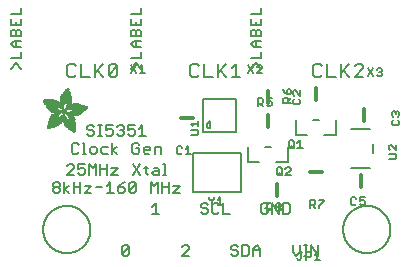
<source format=gbr>
G04 EAGLE Gerber RS-274X export*
G75*
%MOMM*%
%FSLAX34Y34*%
%LPD*%
%INSilkscreen Top*%
%IPPOS*%
%AMOC8*
5,1,8,0,0,1.08239X$1,22.5*%
G01*
%ADD10C,0.203200*%
%ADD11C,0.152400*%
%ADD12C,0.304800*%
%ADD13C,0.177800*%
%ADD14R,0.050800X0.006300*%
%ADD15R,0.082600X0.006400*%
%ADD16R,0.120600X0.006300*%
%ADD17R,0.139700X0.006400*%
%ADD18R,0.158800X0.006300*%
%ADD19R,0.177800X0.006400*%
%ADD20R,0.196800X0.006300*%
%ADD21R,0.215900X0.006400*%
%ADD22R,0.228600X0.006300*%
%ADD23R,0.241300X0.006400*%
%ADD24R,0.254000X0.006300*%
%ADD25R,0.266700X0.006400*%
%ADD26R,0.279400X0.006300*%
%ADD27R,0.285700X0.006400*%
%ADD28R,0.298400X0.006300*%
%ADD29R,0.311200X0.006400*%
%ADD30R,0.317500X0.006300*%
%ADD31R,0.330200X0.006400*%
%ADD32R,0.336600X0.006300*%
%ADD33R,0.349200X0.006400*%
%ADD34R,0.361900X0.006300*%
%ADD35R,0.368300X0.006400*%
%ADD36R,0.381000X0.006300*%
%ADD37R,0.387300X0.006400*%
%ADD38R,0.393700X0.006300*%
%ADD39R,0.406400X0.006400*%
%ADD40R,0.412700X0.006300*%
%ADD41R,0.419100X0.006400*%
%ADD42R,0.431800X0.006300*%
%ADD43R,0.438100X0.006400*%
%ADD44R,0.450800X0.006300*%
%ADD45R,0.457200X0.006400*%
%ADD46R,0.463500X0.006300*%
%ADD47R,0.476200X0.006400*%
%ADD48R,0.482600X0.006300*%
%ADD49R,0.488900X0.006400*%
%ADD50R,0.501600X0.006300*%
%ADD51R,0.508000X0.006400*%
%ADD52R,0.514300X0.006300*%
%ADD53R,0.527000X0.006400*%
%ADD54R,0.533400X0.006300*%
%ADD55R,0.546100X0.006400*%
%ADD56R,0.552400X0.006300*%
%ADD57R,0.558800X0.006400*%
%ADD58R,0.571500X0.006300*%
%ADD59R,0.577800X0.006400*%
%ADD60R,0.584200X0.006300*%
%ADD61R,0.596900X0.006400*%
%ADD62R,0.603200X0.006300*%
%ADD63R,0.609600X0.006400*%
%ADD64R,0.622300X0.006300*%
%ADD65R,0.628600X0.006400*%
%ADD66R,0.641300X0.006300*%
%ADD67R,0.647700X0.006400*%
%ADD68R,0.063500X0.006300*%
%ADD69R,0.654000X0.006300*%
%ADD70R,0.101600X0.006400*%
%ADD71R,0.666700X0.006400*%
%ADD72R,0.139700X0.006300*%
%ADD73R,0.673100X0.006300*%
%ADD74R,0.165100X0.006400*%
%ADD75R,0.679400X0.006400*%
%ADD76R,0.196900X0.006300*%
%ADD77R,0.692100X0.006300*%
%ADD78R,0.222200X0.006400*%
%ADD79R,0.698500X0.006400*%
%ADD80R,0.247700X0.006300*%
%ADD81R,0.704800X0.006300*%
%ADD82R,0.279400X0.006400*%
%ADD83R,0.717500X0.006400*%
%ADD84R,0.298500X0.006300*%
%ADD85R,0.723900X0.006300*%
%ADD86R,0.736600X0.006400*%
%ADD87R,0.342900X0.006300*%
%ADD88R,0.742900X0.006300*%
%ADD89R,0.374700X0.006400*%
%ADD90R,0.749300X0.006400*%
%ADD91R,0.762000X0.006300*%
%ADD92R,0.412700X0.006400*%
%ADD93R,0.768300X0.006400*%
%ADD94R,0.438100X0.006300*%
%ADD95R,0.774700X0.006300*%
%ADD96R,0.463600X0.006400*%
%ADD97R,0.787400X0.006400*%
%ADD98R,0.793700X0.006300*%
%ADD99R,0.495300X0.006400*%
%ADD100R,0.800100X0.006400*%
%ADD101R,0.520700X0.006300*%
%ADD102R,0.812800X0.006300*%
%ADD103R,0.533400X0.006400*%
%ADD104R,0.819100X0.006400*%
%ADD105R,0.558800X0.006300*%
%ADD106R,0.825500X0.006300*%
%ADD107R,0.577900X0.006400*%
%ADD108R,0.831800X0.006400*%
%ADD109R,0.596900X0.006300*%
%ADD110R,0.844500X0.006300*%
%ADD111R,0.616000X0.006400*%
%ADD112R,0.850900X0.006400*%
%ADD113R,0.635000X0.006300*%
%ADD114R,0.857200X0.006300*%
%ADD115R,0.654100X0.006400*%
%ADD116R,0.863600X0.006400*%
%ADD117R,0.666700X0.006300*%
%ADD118R,0.869900X0.006300*%
%ADD119R,0.685800X0.006400*%
%ADD120R,0.876300X0.006400*%
%ADD121R,0.882600X0.006300*%
%ADD122R,0.723900X0.006400*%
%ADD123R,0.889000X0.006400*%
%ADD124R,0.895300X0.006300*%
%ADD125R,0.755700X0.006400*%
%ADD126R,0.901700X0.006400*%
%ADD127R,0.908000X0.006300*%
%ADD128R,0.793800X0.006400*%
%ADD129R,0.914400X0.006400*%
%ADD130R,0.806400X0.006300*%
%ADD131R,0.920700X0.006300*%
%ADD132R,0.825500X0.006400*%
%ADD133R,0.927100X0.006400*%
%ADD134R,0.933400X0.006300*%
%ADD135R,0.857300X0.006400*%
%ADD136R,0.939800X0.006400*%
%ADD137R,0.870000X0.006300*%
%ADD138R,0.939800X0.006300*%
%ADD139R,0.946100X0.006400*%
%ADD140R,0.952500X0.006300*%
%ADD141R,0.908000X0.006400*%
%ADD142R,0.958800X0.006400*%
%ADD143R,0.965200X0.006300*%
%ADD144R,0.965200X0.006400*%
%ADD145R,0.971500X0.006300*%
%ADD146R,0.952500X0.006400*%
%ADD147R,0.977900X0.006400*%
%ADD148R,0.958800X0.006300*%
%ADD149R,0.984200X0.006300*%
%ADD150R,0.971500X0.006400*%
%ADD151R,0.984200X0.006400*%
%ADD152R,0.990600X0.006300*%
%ADD153R,0.984300X0.006400*%
%ADD154R,0.996900X0.006400*%
%ADD155R,0.997000X0.006300*%
%ADD156R,0.996900X0.006300*%
%ADD157R,1.003300X0.006400*%
%ADD158R,1.016000X0.006300*%
%ADD159R,1.009600X0.006300*%
%ADD160R,1.016000X0.006400*%
%ADD161R,1.009600X0.006400*%
%ADD162R,1.022300X0.006300*%
%ADD163R,1.028700X0.006400*%
%ADD164R,1.035100X0.006300*%
%ADD165R,1.047800X0.006400*%
%ADD166R,1.054100X0.006300*%
%ADD167R,1.028700X0.006300*%
%ADD168R,1.054100X0.006400*%
%ADD169R,1.035000X0.006400*%
%ADD170R,1.060400X0.006300*%
%ADD171R,1.035000X0.006300*%
%ADD172R,1.060500X0.006400*%
%ADD173R,1.041400X0.006400*%
%ADD174R,1.066800X0.006300*%
%ADD175R,1.041400X0.006300*%
%ADD176R,1.079500X0.006400*%
%ADD177R,1.047700X0.006400*%
%ADD178R,1.085900X0.006300*%
%ADD179R,1.047700X0.006300*%
%ADD180R,1.085800X0.006400*%
%ADD181R,1.092200X0.006300*%
%ADD182R,1.085900X0.006400*%
%ADD183R,1.098600X0.006300*%
%ADD184R,1.098600X0.006400*%
%ADD185R,1.060400X0.006400*%
%ADD186R,1.104900X0.006300*%
%ADD187R,1.104900X0.006400*%
%ADD188R,1.066800X0.006400*%
%ADD189R,1.111200X0.006300*%
%ADD190R,1.117600X0.006400*%
%ADD191R,1.117600X0.006300*%
%ADD192R,1.073100X0.006300*%
%ADD193R,1.073100X0.006400*%
%ADD194R,1.124000X0.006300*%
%ADD195R,1.079500X0.006300*%
%ADD196R,1.123900X0.006400*%
%ADD197R,1.130300X0.006300*%
%ADD198R,1.130300X0.006400*%
%ADD199R,1.136700X0.006400*%
%ADD200R,1.136700X0.006300*%
%ADD201R,1.085800X0.006300*%
%ADD202R,1.136600X0.006400*%
%ADD203R,1.136600X0.006300*%
%ADD204R,1.143000X0.006400*%
%ADD205R,1.143000X0.006300*%
%ADD206R,1.149400X0.006300*%
%ADD207R,1.149300X0.006300*%
%ADD208R,1.149300X0.006400*%
%ADD209R,1.149400X0.006400*%
%ADD210R,1.155700X0.006400*%
%ADD211R,1.155700X0.006300*%
%ADD212R,1.060500X0.006300*%
%ADD213R,2.197100X0.006400*%
%ADD214R,2.197100X0.006300*%
%ADD215R,2.184400X0.006300*%
%ADD216R,2.184400X0.006400*%
%ADD217R,2.171700X0.006400*%
%ADD218R,2.171700X0.006300*%
%ADD219R,1.530300X0.006400*%
%ADD220R,1.505000X0.006300*%
%ADD221R,1.492300X0.006400*%
%ADD222R,1.485900X0.006300*%
%ADD223R,0.565200X0.006300*%
%ADD224R,1.473200X0.006400*%
%ADD225R,0.565200X0.006400*%
%ADD226R,1.460500X0.006300*%
%ADD227R,1.454100X0.006400*%
%ADD228R,0.552400X0.006400*%
%ADD229R,1.441500X0.006300*%
%ADD230R,0.546100X0.006300*%
%ADD231R,1.435100X0.006400*%
%ADD232R,0.539800X0.006400*%
%ADD233R,1.428800X0.006300*%
%ADD234R,1.422400X0.006400*%
%ADD235R,1.409700X0.006300*%
%ADD236R,0.527100X0.006300*%
%ADD237R,1.403300X0.006400*%
%ADD238R,0.527100X0.006400*%
%ADD239R,1.390700X0.006300*%
%ADD240R,1.384300X0.006400*%
%ADD241R,0.520700X0.006400*%
%ADD242R,1.384300X0.006300*%
%ADD243R,0.514400X0.006300*%
%ADD244R,1.371600X0.006400*%
%ADD245R,1.365200X0.006300*%
%ADD246R,0.508000X0.006300*%
%ADD247R,1.352600X0.006400*%
%ADD248R,0.501700X0.006400*%
%ADD249R,0.711200X0.006300*%
%ADD250R,0.603300X0.006300*%
%ADD251R,0.501700X0.006300*%
%ADD252R,0.692100X0.006400*%
%ADD253R,0.571500X0.006400*%
%ADD254R,0.679400X0.006300*%
%ADD255R,0.495300X0.006300*%
%ADD256R,0.673100X0.006400*%
%ADD257R,0.666800X0.006300*%
%ADD258R,0.488900X0.006300*%
%ADD259R,0.660400X0.006400*%
%ADD260R,0.482600X0.006400*%
%ADD261R,0.476200X0.006300*%
%ADD262R,0.654000X0.006400*%
%ADD263R,0.469900X0.006400*%
%ADD264R,0.476300X0.006400*%
%ADD265R,0.647700X0.006300*%
%ADD266R,0.457200X0.006300*%
%ADD267R,0.469900X0.006300*%
%ADD268R,0.641300X0.006400*%
%ADD269R,0.444500X0.006400*%
%ADD270R,0.463600X0.006300*%
%ADD271R,0.635000X0.006400*%
%ADD272R,0.463500X0.006400*%
%ADD273R,0.393700X0.006400*%
%ADD274R,0.450800X0.006400*%
%ADD275R,0.628600X0.006300*%
%ADD276R,0.387400X0.006300*%
%ADD277R,0.450900X0.006300*%
%ADD278R,0.628700X0.006400*%
%ADD279R,0.374600X0.006400*%
%ADD280R,0.368300X0.006300*%
%ADD281R,0.438200X0.006300*%
%ADD282R,0.622300X0.006400*%
%ADD283R,0.355600X0.006400*%
%ADD284R,0.431800X0.006400*%
%ADD285R,0.349300X0.006300*%
%ADD286R,0.425400X0.006300*%
%ADD287R,0.615900X0.006300*%
%ADD288R,0.330200X0.006300*%
%ADD289R,0.419100X0.006300*%
%ADD290R,0.616000X0.006300*%
%ADD291R,0.311200X0.006300*%
%ADD292R,0.406400X0.006300*%
%ADD293R,0.615900X0.006400*%
%ADD294R,0.304800X0.006400*%
%ADD295R,0.158800X0.006400*%
%ADD296R,0.609600X0.006300*%
%ADD297R,0.292100X0.006300*%
%ADD298R,0.235000X0.006300*%
%ADD299R,0.387400X0.006400*%
%ADD300R,0.292100X0.006400*%
%ADD301R,0.336500X0.006300*%
%ADD302R,0.260400X0.006300*%
%ADD303R,0.603300X0.006400*%
%ADD304R,0.260400X0.006400*%
%ADD305R,0.362000X0.006400*%
%ADD306R,0.450900X0.006400*%
%ADD307R,0.355600X0.006300*%
%ADD308R,0.342900X0.006400*%
%ADD309R,0.514300X0.006400*%
%ADD310R,0.234900X0.006300*%
%ADD311R,0.539700X0.006300*%
%ADD312R,0.603200X0.006400*%
%ADD313R,0.234900X0.006400*%
%ADD314R,0.920700X0.006400*%
%ADD315R,0.958900X0.006400*%
%ADD316R,0.215900X0.006300*%
%ADD317R,0.209600X0.006400*%
%ADD318R,0.203200X0.006300*%
%ADD319R,1.003300X0.006300*%
%ADD320R,0.203200X0.006400*%
%ADD321R,0.196900X0.006400*%
%ADD322R,0.190500X0.006300*%
%ADD323R,0.190500X0.006400*%
%ADD324R,0.184200X0.006300*%
%ADD325R,0.590500X0.006400*%
%ADD326R,0.184200X0.006400*%
%ADD327R,0.590500X0.006300*%
%ADD328R,0.177800X0.006300*%
%ADD329R,0.584200X0.006400*%
%ADD330R,1.168400X0.006400*%
%ADD331R,0.171500X0.006300*%
%ADD332R,1.187500X0.006300*%
%ADD333R,1.200100X0.006400*%
%ADD334R,0.577800X0.006300*%
%ADD335R,1.212900X0.006300*%
%ADD336R,1.231900X0.006400*%
%ADD337R,1.250900X0.006300*%
%ADD338R,0.565100X0.006400*%
%ADD339R,0.184100X0.006400*%
%ADD340R,1.263700X0.006400*%
%ADD341R,0.565100X0.006300*%
%ADD342R,1.289100X0.006300*%
%ADD343R,1.314400X0.006400*%
%ADD344R,0.552500X0.006300*%
%ADD345R,1.568500X0.006300*%
%ADD346R,0.552500X0.006400*%
%ADD347R,1.581200X0.006400*%
%ADD348R,1.593800X0.006300*%
%ADD349R,1.606500X0.006400*%
%ADD350R,1.619300X0.006300*%
%ADD351R,0.514400X0.006400*%
%ADD352R,1.638300X0.006400*%
%ADD353R,1.657300X0.006300*%
%ADD354R,2.209800X0.006400*%
%ADD355R,2.425700X0.006300*%
%ADD356R,2.470100X0.006400*%
%ADD357R,2.501900X0.006300*%
%ADD358R,2.533700X0.006400*%
%ADD359R,2.559000X0.006300*%
%ADD360R,2.584500X0.006400*%
%ADD361R,2.609900X0.006300*%
%ADD362R,2.628900X0.006400*%
%ADD363R,2.660600X0.006300*%
%ADD364R,2.673400X0.006400*%
%ADD365R,1.422400X0.006300*%
%ADD366R,1.200200X0.006300*%
%ADD367R,1.365300X0.006300*%
%ADD368R,1.365300X0.006400*%
%ADD369R,1.352500X0.006300*%
%ADD370R,1.098500X0.006300*%
%ADD371R,1.358900X0.006400*%
%ADD372R,1.352600X0.006300*%
%ADD373R,1.358900X0.006300*%
%ADD374R,1.371600X0.006300*%
%ADD375R,1.377900X0.006400*%
%ADD376R,1.397000X0.006400*%
%ADD377R,1.403300X0.006300*%
%ADD378R,0.914400X0.006300*%
%ADD379R,0.876300X0.006300*%
%ADD380R,0.374600X0.006300*%
%ADD381R,1.073200X0.006400*%
%ADD382R,0.374700X0.006300*%
%ADD383R,0.844600X0.006400*%
%ADD384R,0.844600X0.006300*%
%ADD385R,0.831900X0.006400*%
%ADD386R,1.092200X0.006400*%
%ADD387R,0.400000X0.006300*%
%ADD388R,0.819200X0.006400*%
%ADD389R,1.111300X0.006400*%
%ADD390R,0.812800X0.006400*%
%ADD391R,0.800100X0.006300*%
%ADD392R,0.476300X0.006300*%
%ADD393R,1.181100X0.006300*%
%ADD394R,0.501600X0.006400*%
%ADD395R,1.193800X0.006400*%
%ADD396R,0.781000X0.006400*%
%ADD397R,1.238200X0.006400*%
%ADD398R,0.781100X0.006300*%
%ADD399R,1.257300X0.006300*%
%ADD400R,1.295400X0.006400*%
%ADD401R,1.333500X0.006300*%
%ADD402R,0.774700X0.006400*%
%ADD403R,1.866900X0.006400*%
%ADD404R,0.209600X0.006300*%
%ADD405R,1.866900X0.006300*%
%ADD406R,0.768400X0.006400*%
%ADD407R,0.209500X0.006400*%
%ADD408R,1.860600X0.006400*%
%ADD409R,0.762000X0.006400*%
%ADD410R,0.768400X0.006300*%
%ADD411R,1.860600X0.006300*%
%ADD412R,1.860500X0.006400*%
%ADD413R,0.222300X0.006300*%
%ADD414R,1.854200X0.006300*%
%ADD415R,0.235000X0.006400*%
%ADD416R,1.854200X0.006400*%
%ADD417R,0.768300X0.006300*%
%ADD418R,0.260300X0.006400*%
%ADD419R,1.847800X0.006400*%
%ADD420R,0.266700X0.006300*%
%ADD421R,1.847800X0.006300*%
%ADD422R,0.273100X0.006400*%
%ADD423R,1.841500X0.006400*%
%ADD424R,0.285800X0.006300*%
%ADD425R,1.841500X0.006300*%
%ADD426R,0.298500X0.006400*%
%ADD427R,1.835100X0.006400*%
%ADD428R,0.781000X0.006300*%
%ADD429R,0.304800X0.006300*%
%ADD430R,1.835100X0.006300*%
%ADD431R,0.317500X0.006400*%
%ADD432R,1.828800X0.006400*%
%ADD433R,0.787400X0.006300*%
%ADD434R,0.323800X0.006300*%
%ADD435R,1.828800X0.006300*%
%ADD436R,0.793700X0.006400*%
%ADD437R,1.822400X0.006400*%
%ADD438R,0.806500X0.006300*%
%ADD439R,1.822400X0.006300*%
%ADD440R,1.816100X0.006400*%
%ADD441R,0.819100X0.006300*%
%ADD442R,0.387300X0.006300*%
%ADD443R,1.816100X0.006300*%
%ADD444R,1.809800X0.006400*%
%ADD445R,1.803400X0.006300*%
%ADD446R,1.797000X0.006400*%
%ADD447R,0.901700X0.006300*%
%ADD448R,1.797000X0.006300*%
%ADD449R,1.441400X0.006400*%
%ADD450R,1.790700X0.006400*%
%ADD451R,1.447800X0.006300*%
%ADD452R,1.784300X0.006300*%
%ADD453R,1.447800X0.006400*%
%ADD454R,1.784300X0.006400*%
%ADD455R,1.454100X0.006300*%
%ADD456R,1.771700X0.006300*%
%ADD457R,1.460500X0.006400*%
%ADD458R,1.759000X0.006400*%
%ADD459R,1.466800X0.006300*%
%ADD460R,1.752600X0.006300*%
%ADD461R,1.466800X0.006400*%
%ADD462R,1.739900X0.006400*%
%ADD463R,1.473200X0.006300*%
%ADD464R,1.727200X0.006300*%
%ADD465R,1.479500X0.006400*%
%ADD466R,1.714500X0.006400*%
%ADD467R,1.695400X0.006300*%
%ADD468R,1.485900X0.006400*%
%ADD469R,1.682700X0.006400*%
%ADD470R,1.492200X0.006300*%
%ADD471R,1.663700X0.006300*%
%ADD472R,1.498600X0.006400*%
%ADD473R,1.644600X0.006400*%
%ADD474R,1.498600X0.006300*%
%ADD475R,1.619200X0.006300*%
%ADD476R,1.511300X0.006400*%
%ADD477R,1.600200X0.006400*%
%ADD478R,1.517700X0.006300*%
%ADD479R,1.574800X0.006300*%
%ADD480R,1.524000X0.006400*%
%ADD481R,1.555800X0.006400*%
%ADD482R,1.524000X0.006300*%
%ADD483R,1.536700X0.006300*%
%ADD484R,1.530400X0.006400*%
%ADD485R,1.517700X0.006400*%
%ADD486R,1.492300X0.006300*%
%ADD487R,1.549400X0.006400*%
%ADD488R,1.479600X0.006400*%
%ADD489R,1.549400X0.006300*%
%ADD490R,1.555700X0.006400*%
%ADD491R,1.562100X0.006300*%
%ADD492R,0.323900X0.006300*%
%ADD493R,1.568400X0.006400*%
%ADD494R,0.336600X0.006400*%
%ADD495R,1.587500X0.006300*%
%ADD496R,0.971600X0.006300*%
%ADD497R,0.349300X0.006400*%
%ADD498R,1.600200X0.006300*%
%ADD499R,0.920800X0.006300*%
%ADD500R,0.882700X0.006400*%
%ADD501R,1.612900X0.006300*%
%ADD502R,0.362000X0.006300*%
%ADD503R,1.625600X0.006400*%
%ADD504R,1.625600X0.006300*%
%ADD505R,1.644600X0.006300*%
%ADD506R,0.736600X0.006300*%
%ADD507R,0.717600X0.006400*%
%ADD508R,1.657400X0.006300*%
%ADD509R,0.679500X0.006300*%
%ADD510R,1.663700X0.006400*%
%ADD511R,0.400000X0.006400*%
%ADD512R,1.676400X0.006300*%
%ADD513R,1.676400X0.006400*%
%ADD514R,0.425500X0.006400*%
%ADD515R,1.352500X0.006400*%
%ADD516R,0.444500X0.006300*%
%ADD517R,0.361900X0.006400*%
%ADD518R,0.088900X0.006300*%
%ADD519R,1.009700X0.006300*%
%ADD520R,1.009700X0.006400*%
%ADD521R,1.022300X0.006400*%
%ADD522R,1.346200X0.006400*%
%ADD523R,1.346200X0.006300*%
%ADD524R,1.339900X0.006400*%
%ADD525R,1.035100X0.006400*%
%ADD526R,1.339800X0.006300*%
%ADD527R,1.333500X0.006400*%
%ADD528R,1.327200X0.006400*%
%ADD529R,1.320800X0.006300*%
%ADD530R,1.314500X0.006400*%
%ADD531R,1.314400X0.006300*%
%ADD532R,1.301700X0.006400*%
%ADD533R,1.295400X0.006300*%
%ADD534R,1.289000X0.006400*%
%ADD535R,1.276300X0.006300*%
%ADD536R,1.251000X0.006300*%
%ADD537R,1.244600X0.006400*%
%ADD538R,1.231900X0.006300*%
%ADD539R,1.212800X0.006400*%
%ADD540R,1.200100X0.006300*%
%ADD541R,1.187400X0.006400*%
%ADD542R,1.168400X0.006300*%
%ADD543R,1.047800X0.006300*%
%ADD544R,0.977900X0.006300*%
%ADD545R,0.946200X0.006400*%
%ADD546R,0.933400X0.006400*%
%ADD547R,0.895300X0.006400*%
%ADD548R,0.882700X0.006300*%
%ADD549R,0.863600X0.006300*%
%ADD550R,0.857200X0.006400*%
%ADD551R,0.850900X0.006300*%
%ADD552R,0.838200X0.006300*%
%ADD553R,0.806500X0.006400*%
%ADD554R,0.717600X0.006300*%
%ADD555R,0.711200X0.006400*%
%ADD556R,0.641400X0.006400*%
%ADD557R,0.641400X0.006300*%
%ADD558R,0.628700X0.006300*%
%ADD559R,0.590600X0.006300*%
%ADD560R,0.539700X0.006400*%
%ADD561R,0.285700X0.006300*%
%ADD562R,0.222200X0.006300*%
%ADD563R,0.171400X0.006300*%
%ADD564R,0.152400X0.006400*%
%ADD565R,0.133400X0.006300*%


D10*
X33006Y163584D02*
X31227Y165363D01*
X27668Y165363D01*
X25888Y163584D01*
X25888Y156466D01*
X27668Y154686D01*
X31227Y154686D01*
X33006Y156466D01*
X37582Y154686D02*
X37582Y165363D01*
X37582Y154686D02*
X44700Y154686D01*
X49276Y154686D02*
X49276Y165363D01*
X49276Y158245D02*
X56394Y165363D01*
X51055Y160025D02*
X56394Y154686D01*
X60970Y156466D02*
X60970Y163584D01*
X62749Y165363D01*
X66308Y165363D01*
X68088Y163584D01*
X68088Y156466D01*
X66308Y154686D01*
X62749Y154686D01*
X60970Y156466D01*
X68088Y163584D01*
X135367Y165363D02*
X137146Y163584D01*
X135367Y165363D02*
X131808Y165363D01*
X130028Y163584D01*
X130028Y156466D01*
X131808Y154686D01*
X135367Y154686D01*
X137146Y156466D01*
X141722Y154686D02*
X141722Y165363D01*
X141722Y154686D02*
X148840Y154686D01*
X153416Y154686D02*
X153416Y165363D01*
X153416Y158245D02*
X160534Y165363D01*
X155195Y160025D02*
X160534Y154686D01*
X165110Y161804D02*
X168669Y165363D01*
X168669Y154686D01*
X165110Y154686D02*
X172228Y154686D01*
X239507Y165363D02*
X241286Y163584D01*
X239507Y165363D02*
X235948Y165363D01*
X234168Y163584D01*
X234168Y156466D01*
X235948Y154686D01*
X239507Y154686D01*
X241286Y156466D01*
X245862Y154686D02*
X245862Y165363D01*
X245862Y154686D02*
X252980Y154686D01*
X257556Y154686D02*
X257556Y165363D01*
X257556Y158245D02*
X264674Y165363D01*
X259335Y160025D02*
X264674Y154686D01*
X269250Y154686D02*
X276368Y154686D01*
X269250Y154686D02*
X276368Y161804D01*
X276368Y163584D01*
X274588Y165363D01*
X271029Y165363D01*
X269250Y163584D01*
D11*
X144891Y46065D02*
X143451Y47505D01*
X140570Y47505D01*
X139129Y46065D01*
X139129Y44624D01*
X140570Y43184D01*
X143451Y43184D01*
X144891Y41743D01*
X144891Y40303D01*
X143451Y38862D01*
X140570Y38862D01*
X139129Y40303D01*
X152806Y47505D02*
X154247Y46065D01*
X152806Y47505D02*
X149925Y47505D01*
X148484Y46065D01*
X148484Y40303D01*
X149925Y38862D01*
X152806Y38862D01*
X154247Y40303D01*
X157840Y38862D02*
X157840Y47505D01*
X157840Y38862D02*
X163602Y38862D01*
X168851Y11945D02*
X170291Y10505D01*
X168851Y11945D02*
X165970Y11945D01*
X164529Y10505D01*
X164529Y9064D01*
X165970Y7624D01*
X168851Y7624D01*
X170291Y6183D01*
X170291Y4743D01*
X168851Y3302D01*
X165970Y3302D01*
X164529Y4743D01*
X173884Y3302D02*
X173884Y11945D01*
X173884Y3302D02*
X178206Y3302D01*
X179647Y4743D01*
X179647Y10505D01*
X178206Y11945D01*
X173884Y11945D01*
X183240Y9064D02*
X183240Y3302D01*
X183240Y9064D02*
X186121Y11945D01*
X189002Y9064D01*
X189002Y3302D01*
X189002Y7624D02*
X183240Y7624D01*
X195691Y46065D02*
X194251Y47505D01*
X191370Y47505D01*
X189929Y46065D01*
X189929Y40303D01*
X191370Y38862D01*
X194251Y38862D01*
X195691Y40303D01*
X195691Y43184D01*
X192810Y43184D01*
X199284Y47505D02*
X199284Y38862D01*
X205047Y38862D02*
X199284Y47505D01*
X205047Y47505D02*
X205047Y38862D01*
X208640Y38862D02*
X208640Y47505D01*
X208640Y38862D02*
X212961Y38862D01*
X214402Y40303D01*
X214402Y46065D01*
X212961Y47505D01*
X208640Y47505D01*
X216888Y11945D02*
X216888Y6183D01*
X219770Y3302D01*
X222651Y6183D01*
X222651Y11945D01*
X226244Y3302D02*
X229125Y3302D01*
X227684Y3302D02*
X227684Y11945D01*
X226244Y11945D02*
X229125Y11945D01*
X232480Y11945D02*
X232480Y3302D01*
X238243Y3302D02*
X232480Y11945D01*
X238243Y11945D02*
X238243Y3302D01*
X128847Y3302D02*
X123084Y3302D01*
X128847Y9064D01*
X128847Y10505D01*
X127406Y11945D01*
X124525Y11945D01*
X123084Y10505D01*
X97684Y44624D02*
X100566Y47505D01*
X100566Y38862D01*
X103447Y38862D02*
X97684Y38862D01*
X72284Y10505D02*
X72284Y4743D01*
X72284Y10505D02*
X73725Y11945D01*
X76606Y11945D01*
X78047Y10505D01*
X78047Y4743D01*
X76606Y3302D01*
X73725Y3302D01*
X72284Y4743D01*
X78047Y10505D01*
X48598Y112105D02*
X47157Y113545D01*
X44276Y113545D01*
X42836Y112105D01*
X42836Y110664D01*
X44276Y109224D01*
X47157Y109224D01*
X48598Y107783D01*
X48598Y106343D01*
X47157Y104902D01*
X44276Y104902D01*
X42836Y106343D01*
X52191Y104902D02*
X55072Y104902D01*
X53631Y104902D02*
X53631Y113545D01*
X52191Y113545D02*
X55072Y113545D01*
X58428Y113545D02*
X64190Y113545D01*
X58428Y113545D02*
X58428Y109224D01*
X61309Y110664D01*
X62749Y110664D01*
X64190Y109224D01*
X64190Y106343D01*
X62749Y104902D01*
X59868Y104902D01*
X58428Y106343D01*
X67783Y112105D02*
X69223Y113545D01*
X72104Y113545D01*
X73545Y112105D01*
X73545Y110664D01*
X72104Y109224D01*
X70664Y109224D01*
X72104Y109224D02*
X73545Y107783D01*
X73545Y106343D01*
X72104Y104902D01*
X69223Y104902D01*
X67783Y106343D01*
X77138Y113545D02*
X82900Y113545D01*
X77138Y113545D02*
X77138Y109224D01*
X80019Y110664D01*
X81460Y110664D01*
X82900Y109224D01*
X82900Y106343D01*
X81460Y104902D01*
X78579Y104902D01*
X77138Y106343D01*
X86493Y110664D02*
X89374Y113545D01*
X89374Y104902D01*
X86493Y104902D02*
X92255Y104902D01*
X35345Y96865D02*
X33904Y98305D01*
X31023Y98305D01*
X29582Y96865D01*
X29582Y91103D01*
X31023Y89662D01*
X33904Y89662D01*
X35345Y91103D01*
X38938Y98305D02*
X40378Y98305D01*
X40378Y89662D01*
X38938Y89662D02*
X41819Y89662D01*
X46615Y89662D02*
X49496Y89662D01*
X50937Y91103D01*
X50937Y93984D01*
X49496Y95424D01*
X46615Y95424D01*
X45174Y93984D01*
X45174Y91103D01*
X46615Y89662D01*
X55970Y95424D02*
X60292Y95424D01*
X55970Y95424D02*
X54530Y93984D01*
X54530Y91103D01*
X55970Y89662D01*
X60292Y89662D01*
X63885Y89662D02*
X63885Y98305D01*
X63885Y92543D02*
X68206Y89662D01*
X63885Y92543D02*
X68206Y95424D01*
X85358Y98305D02*
X86798Y96865D01*
X85358Y98305D02*
X82477Y98305D01*
X81036Y96865D01*
X81036Y91103D01*
X82477Y89662D01*
X85358Y89662D01*
X86798Y91103D01*
X86798Y93984D01*
X83917Y93984D01*
X91832Y89662D02*
X94713Y89662D01*
X91832Y89662D02*
X90391Y91103D01*
X90391Y93984D01*
X91832Y95424D01*
X94713Y95424D01*
X96153Y93984D01*
X96153Y92543D01*
X90391Y92543D01*
X99746Y89662D02*
X99746Y95424D01*
X104068Y95424D01*
X105509Y93984D01*
X105509Y89662D01*
X31447Y71882D02*
X25684Y71882D01*
X31447Y77644D01*
X31447Y79085D01*
X30006Y80525D01*
X27125Y80525D01*
X25684Y79085D01*
X35040Y80525D02*
X40802Y80525D01*
X35040Y80525D02*
X35040Y76204D01*
X37921Y77644D01*
X39361Y77644D01*
X40802Y76204D01*
X40802Y73323D01*
X39361Y71882D01*
X36480Y71882D01*
X35040Y73323D01*
X44395Y71882D02*
X44395Y80525D01*
X47276Y77644D01*
X50157Y80525D01*
X50157Y71882D01*
X53750Y71882D02*
X53750Y80525D01*
X53750Y76204D02*
X59512Y76204D01*
X59512Y80525D02*
X59512Y71882D01*
X63105Y77644D02*
X68867Y77644D01*
X63105Y71882D01*
X68867Y71882D01*
X81816Y80525D02*
X87578Y71882D01*
X81816Y71882D02*
X87578Y80525D01*
X92611Y79085D02*
X92611Y73323D01*
X94052Y71882D01*
X94052Y77644D02*
X91171Y77644D01*
X98848Y77644D02*
X101729Y77644D01*
X103170Y76204D01*
X103170Y71882D01*
X98848Y71882D01*
X97408Y73323D01*
X98848Y74763D01*
X103170Y74763D01*
X106763Y80525D02*
X108203Y80525D01*
X108203Y71882D01*
X106763Y71882D02*
X109644Y71882D01*
X15431Y65285D02*
X13990Y63845D01*
X15431Y65285D02*
X18312Y65285D01*
X19753Y63845D01*
X19753Y62404D01*
X18312Y60964D01*
X19753Y59523D01*
X19753Y58083D01*
X18312Y56642D01*
X15431Y56642D01*
X13990Y58083D01*
X13990Y59523D01*
X15431Y60964D01*
X13990Y62404D01*
X13990Y63845D01*
X15431Y60964D02*
X18312Y60964D01*
X23346Y56642D02*
X23346Y65285D01*
X23346Y59523D02*
X27667Y56642D01*
X23346Y59523D02*
X27667Y62404D01*
X31142Y65285D02*
X31142Y56642D01*
X31142Y60964D02*
X36904Y60964D01*
X36904Y65285D02*
X36904Y56642D01*
X40497Y62404D02*
X46259Y62404D01*
X40497Y56642D01*
X46259Y56642D01*
X49852Y60964D02*
X55614Y60964D01*
X59207Y62404D02*
X62088Y65285D01*
X62088Y56642D01*
X59207Y56642D02*
X64969Y56642D01*
X71443Y63845D02*
X74325Y65285D01*
X71443Y63845D02*
X68562Y60964D01*
X68562Y58083D01*
X70003Y56642D01*
X72884Y56642D01*
X74325Y58083D01*
X74325Y59523D01*
X72884Y60964D01*
X68562Y60964D01*
X77918Y58083D02*
X77918Y63845D01*
X79358Y65285D01*
X82239Y65285D01*
X83680Y63845D01*
X83680Y58083D01*
X82239Y56642D01*
X79358Y56642D01*
X77918Y58083D01*
X83680Y63845D01*
X96628Y65285D02*
X96628Y56642D01*
X99509Y62404D02*
X96628Y65285D01*
X99509Y62404D02*
X102390Y65285D01*
X102390Y56642D01*
X105983Y56642D02*
X105983Y65285D01*
X105983Y60964D02*
X111745Y60964D01*
X111745Y65285D02*
X111745Y56642D01*
X115338Y62404D02*
X121101Y62404D01*
X115338Y56642D01*
X121101Y56642D01*
D10*
X140940Y135920D02*
X168940Y135920D01*
X168940Y107920D01*
X140940Y107920D01*
X140940Y135920D01*
X146940Y116920D02*
X146832Y116918D01*
X146724Y116912D01*
X146616Y116902D01*
X146508Y116889D01*
X146401Y116871D01*
X146295Y116850D01*
X146190Y116825D01*
X146085Y116796D01*
X145982Y116763D01*
X145880Y116727D01*
X145779Y116686D01*
X145680Y116643D01*
X145583Y116595D01*
X145487Y116545D01*
X145393Y116491D01*
X145302Y116433D01*
X145212Y116372D01*
X145124Y116308D01*
X145039Y116241D01*
X144957Y116171D01*
X144877Y116098D01*
X144800Y116022D01*
X144725Y115943D01*
X144654Y115862D01*
X144585Y115778D01*
X144519Y115692D01*
X144457Y115604D01*
X144398Y115513D01*
X144342Y115420D01*
X144289Y115325D01*
X144240Y115229D01*
X144195Y115130D01*
X144153Y115030D01*
X144115Y114929D01*
X144080Y114826D01*
X144049Y114723D01*
X144022Y114618D01*
X143999Y114512D01*
X143980Y114405D01*
X143964Y114298D01*
X143952Y114190D01*
X143944Y114082D01*
X143940Y113974D01*
X143940Y113866D01*
X143944Y113758D01*
X143952Y113650D01*
X143964Y113542D01*
X143980Y113435D01*
X143999Y113328D01*
X144022Y113222D01*
X144049Y113117D01*
X144080Y113014D01*
X144115Y112911D01*
X144153Y112810D01*
X144195Y112710D01*
X144240Y112611D01*
X144289Y112515D01*
X144342Y112420D01*
X144398Y112327D01*
X144457Y112236D01*
X144519Y112148D01*
X144585Y112062D01*
X144654Y111978D01*
X144725Y111897D01*
X144800Y111818D01*
X144877Y111742D01*
X144957Y111669D01*
X145039Y111599D01*
X145124Y111532D01*
X145212Y111468D01*
X145302Y111407D01*
X145393Y111349D01*
X145487Y111295D01*
X145583Y111245D01*
X145680Y111197D01*
X145779Y111154D01*
X145880Y111113D01*
X145982Y111077D01*
X146085Y111044D01*
X146190Y111015D01*
X146295Y110990D01*
X146401Y110969D01*
X146508Y110951D01*
X146616Y110938D01*
X146724Y110928D01*
X146832Y110922D01*
X146940Y110920D01*
X146940Y116920D01*
D11*
X135804Y105174D02*
X130296Y105174D01*
X135804Y105174D02*
X136906Y106275D01*
X136906Y108479D01*
X135804Y109580D01*
X130296Y109580D01*
X132500Y112658D02*
X130296Y114861D01*
X136906Y114861D01*
X136906Y112658D02*
X136906Y117064D01*
D10*
X131900Y57160D02*
X172900Y57160D01*
X172900Y90160D02*
X131900Y90160D01*
X172900Y90160D02*
X172900Y57160D01*
X131900Y57160D02*
X131900Y90160D01*
D11*
X145814Y52584D02*
X145814Y51482D01*
X148017Y49279D01*
X150220Y51482D01*
X150220Y52584D01*
X148017Y49279D02*
X148017Y45974D01*
X153298Y50380D02*
X155501Y52584D01*
X155501Y45974D01*
X153298Y45974D02*
X157704Y45974D01*
D12*
X132080Y119380D02*
X121920Y119380D01*
D11*
X121814Y95764D02*
X122915Y94662D01*
X121814Y95764D02*
X119610Y95764D01*
X118509Y94662D01*
X118509Y90256D01*
X119610Y89154D01*
X121814Y89154D01*
X122915Y90256D01*
X125993Y93560D02*
X128196Y95764D01*
X128196Y89154D01*
X125993Y89154D02*
X130399Y89154D01*
D12*
X195580Y132080D02*
X195580Y142240D01*
D11*
X216656Y134514D02*
X217758Y135615D01*
X216656Y134514D02*
X216656Y132310D01*
X217758Y131209D01*
X222164Y131209D01*
X223266Y132310D01*
X223266Y134514D01*
X222164Y135615D01*
X223266Y138693D02*
X223266Y143099D01*
X223266Y138693D02*
X218860Y143099D01*
X217758Y143099D01*
X216656Y141998D01*
X216656Y139794D01*
X217758Y138693D01*
D13*
X-17784Y166502D02*
X-21978Y160909D01*
X-17784Y166502D02*
X-13589Y160909D01*
X-13589Y170264D02*
X-21978Y170264D01*
X-13589Y170264D02*
X-13589Y175857D01*
X-13589Y179619D02*
X-19182Y179619D01*
X-21978Y182416D01*
X-19182Y185212D01*
X-13589Y185212D01*
X-17784Y185212D02*
X-17784Y179619D01*
X-13589Y188975D02*
X-21978Y188975D01*
X-21978Y193169D01*
X-20580Y194567D01*
X-19182Y194567D01*
X-17784Y193169D01*
X-16385Y194567D01*
X-14987Y194567D01*
X-13589Y193169D01*
X-13589Y188975D01*
X-17784Y188975D02*
X-17784Y193169D01*
X-21978Y198330D02*
X-21978Y203923D01*
X-21978Y198330D02*
X-13589Y198330D01*
X-13589Y203923D01*
X-17784Y201126D02*
X-17784Y198330D01*
X-21978Y207685D02*
X-13589Y207685D01*
X-13589Y213278D01*
D11*
X79774Y164344D02*
X84180Y157734D01*
X79774Y157734D02*
X84180Y164344D01*
X87258Y162140D02*
X89461Y164344D01*
X89461Y157734D01*
X87258Y157734D02*
X91664Y157734D01*
D13*
X83816Y166502D02*
X79622Y160909D01*
X83816Y166502D02*
X88011Y160909D01*
X88011Y170264D02*
X79622Y170264D01*
X88011Y170264D02*
X88011Y175857D01*
X88011Y179619D02*
X82418Y179619D01*
X79622Y182416D01*
X82418Y185212D01*
X88011Y185212D01*
X83816Y185212D02*
X83816Y179619D01*
X88011Y188975D02*
X79622Y188975D01*
X79622Y193169D01*
X81020Y194567D01*
X82418Y194567D01*
X83816Y193169D01*
X85215Y194567D01*
X86613Y194567D01*
X88011Y193169D01*
X88011Y188975D01*
X83816Y188975D02*
X83816Y193169D01*
X79622Y198330D02*
X79622Y203923D01*
X79622Y198330D02*
X88011Y198330D01*
X88011Y203923D01*
X83816Y201126D02*
X83816Y198330D01*
X79622Y207685D02*
X88011Y207685D01*
X88011Y213278D01*
D11*
X178834Y164344D02*
X183240Y157734D01*
X178834Y157734D02*
X183240Y164344D01*
X186318Y157734D02*
X190724Y157734D01*
X186318Y157734D02*
X190724Y162140D01*
X190724Y163242D01*
X189623Y164344D01*
X187419Y164344D01*
X186318Y163242D01*
D13*
X185416Y166502D02*
X181222Y160909D01*
X185416Y166502D02*
X189611Y160909D01*
X189611Y170264D02*
X181222Y170264D01*
X189611Y170264D02*
X189611Y175857D01*
X189611Y179619D02*
X184018Y179619D01*
X181222Y182416D01*
X184018Y185212D01*
X189611Y185212D01*
X185416Y185212D02*
X185416Y179619D01*
X189611Y188975D02*
X181222Y188975D01*
X181222Y193169D01*
X182620Y194567D01*
X184018Y194567D01*
X185416Y193169D01*
X186815Y194567D01*
X188213Y194567D01*
X189611Y193169D01*
X189611Y188975D01*
X185416Y188975D02*
X185416Y193169D01*
X181222Y198330D02*
X181222Y203923D01*
X181222Y198330D02*
X189611Y198330D01*
X189611Y203923D01*
X185416Y201126D02*
X185416Y198330D01*
X181222Y207685D02*
X189611Y207685D01*
X189611Y213278D01*
D11*
X280434Y161804D02*
X284840Y155194D01*
X280434Y155194D02*
X284840Y161804D01*
X287918Y160702D02*
X289019Y161804D01*
X291223Y161804D01*
X292324Y160702D01*
X292324Y159600D01*
X291223Y158499D01*
X290121Y158499D01*
X291223Y158499D02*
X292324Y157397D01*
X292324Y156296D01*
X291223Y155194D01*
X289019Y155194D01*
X287918Y156296D01*
D10*
X259400Y25400D02*
X259406Y25891D01*
X259424Y26381D01*
X259454Y26871D01*
X259496Y27360D01*
X259550Y27848D01*
X259616Y28335D01*
X259694Y28819D01*
X259784Y29302D01*
X259886Y29782D01*
X259999Y30260D01*
X260124Y30734D01*
X260261Y31206D01*
X260409Y31674D01*
X260569Y32138D01*
X260740Y32598D01*
X260922Y33054D01*
X261116Y33505D01*
X261320Y33951D01*
X261536Y34392D01*
X261762Y34828D01*
X261998Y35258D01*
X262245Y35682D01*
X262503Y36100D01*
X262771Y36511D01*
X263048Y36916D01*
X263336Y37314D01*
X263633Y37705D01*
X263940Y38088D01*
X264256Y38463D01*
X264581Y38831D01*
X264915Y39191D01*
X265258Y39542D01*
X265609Y39885D01*
X265969Y40219D01*
X266337Y40544D01*
X266712Y40860D01*
X267095Y41167D01*
X267486Y41464D01*
X267884Y41752D01*
X268289Y42029D01*
X268700Y42297D01*
X269118Y42555D01*
X269542Y42802D01*
X269972Y43038D01*
X270408Y43264D01*
X270849Y43480D01*
X271295Y43684D01*
X271746Y43878D01*
X272202Y44060D01*
X272662Y44231D01*
X273126Y44391D01*
X273594Y44539D01*
X274066Y44676D01*
X274540Y44801D01*
X275018Y44914D01*
X275498Y45016D01*
X275981Y45106D01*
X276465Y45184D01*
X276952Y45250D01*
X277440Y45304D01*
X277929Y45346D01*
X278419Y45376D01*
X278909Y45394D01*
X279400Y45400D01*
X279891Y45394D01*
X280381Y45376D01*
X280871Y45346D01*
X281360Y45304D01*
X281848Y45250D01*
X282335Y45184D01*
X282819Y45106D01*
X283302Y45016D01*
X283782Y44914D01*
X284260Y44801D01*
X284734Y44676D01*
X285206Y44539D01*
X285674Y44391D01*
X286138Y44231D01*
X286598Y44060D01*
X287054Y43878D01*
X287505Y43684D01*
X287951Y43480D01*
X288392Y43264D01*
X288828Y43038D01*
X289258Y42802D01*
X289682Y42555D01*
X290100Y42297D01*
X290511Y42029D01*
X290916Y41752D01*
X291314Y41464D01*
X291705Y41167D01*
X292088Y40860D01*
X292463Y40544D01*
X292831Y40219D01*
X293191Y39885D01*
X293542Y39542D01*
X293885Y39191D01*
X294219Y38831D01*
X294544Y38463D01*
X294860Y38088D01*
X295167Y37705D01*
X295464Y37314D01*
X295752Y36916D01*
X296029Y36511D01*
X296297Y36100D01*
X296555Y35682D01*
X296802Y35258D01*
X297038Y34828D01*
X297264Y34392D01*
X297480Y33951D01*
X297684Y33505D01*
X297878Y33054D01*
X298060Y32598D01*
X298231Y32138D01*
X298391Y31674D01*
X298539Y31206D01*
X298676Y30734D01*
X298801Y30260D01*
X298914Y29782D01*
X299016Y29302D01*
X299106Y28819D01*
X299184Y28335D01*
X299250Y27848D01*
X299304Y27360D01*
X299346Y26871D01*
X299376Y26381D01*
X299394Y25891D01*
X299400Y25400D01*
X299394Y24909D01*
X299376Y24419D01*
X299346Y23929D01*
X299304Y23440D01*
X299250Y22952D01*
X299184Y22465D01*
X299106Y21981D01*
X299016Y21498D01*
X298914Y21018D01*
X298801Y20540D01*
X298676Y20066D01*
X298539Y19594D01*
X298391Y19126D01*
X298231Y18662D01*
X298060Y18202D01*
X297878Y17746D01*
X297684Y17295D01*
X297480Y16849D01*
X297264Y16408D01*
X297038Y15972D01*
X296802Y15542D01*
X296555Y15118D01*
X296297Y14700D01*
X296029Y14289D01*
X295752Y13884D01*
X295464Y13486D01*
X295167Y13095D01*
X294860Y12712D01*
X294544Y12337D01*
X294219Y11969D01*
X293885Y11609D01*
X293542Y11258D01*
X293191Y10915D01*
X292831Y10581D01*
X292463Y10256D01*
X292088Y9940D01*
X291705Y9633D01*
X291314Y9336D01*
X290916Y9048D01*
X290511Y8771D01*
X290100Y8503D01*
X289682Y8245D01*
X289258Y7998D01*
X288828Y7762D01*
X288392Y7536D01*
X287951Y7320D01*
X287505Y7116D01*
X287054Y6922D01*
X286598Y6740D01*
X286138Y6569D01*
X285674Y6409D01*
X285206Y6261D01*
X284734Y6124D01*
X284260Y5999D01*
X283782Y5886D01*
X283302Y5784D01*
X282819Y5694D01*
X282335Y5616D01*
X281848Y5550D01*
X281360Y5496D01*
X280871Y5454D01*
X280381Y5424D01*
X279891Y5406D01*
X279400Y5400D01*
X278909Y5406D01*
X278419Y5424D01*
X277929Y5454D01*
X277440Y5496D01*
X276952Y5550D01*
X276465Y5616D01*
X275981Y5694D01*
X275498Y5784D01*
X275018Y5886D01*
X274540Y5999D01*
X274066Y6124D01*
X273594Y6261D01*
X273126Y6409D01*
X272662Y6569D01*
X272202Y6740D01*
X271746Y6922D01*
X271295Y7116D01*
X270849Y7320D01*
X270408Y7536D01*
X269972Y7762D01*
X269542Y7998D01*
X269118Y8245D01*
X268700Y8503D01*
X268289Y8771D01*
X267884Y9048D01*
X267486Y9336D01*
X267095Y9633D01*
X266712Y9940D01*
X266337Y10256D01*
X265969Y10581D01*
X265609Y10915D01*
X265258Y11258D01*
X264915Y11609D01*
X264581Y11969D01*
X264256Y12337D01*
X263940Y12712D01*
X263633Y13095D01*
X263336Y13486D01*
X263048Y13884D01*
X262771Y14289D01*
X262503Y14700D01*
X262245Y15118D01*
X261998Y15542D01*
X261762Y15972D01*
X261536Y16408D01*
X261320Y16849D01*
X261116Y17295D01*
X260922Y17746D01*
X260740Y18202D01*
X260569Y18662D01*
X260409Y19126D01*
X260261Y19594D01*
X260124Y20066D01*
X259999Y20540D01*
X259886Y21018D01*
X259784Y21498D01*
X259694Y21981D01*
X259616Y22465D01*
X259550Y22952D01*
X259496Y23440D01*
X259454Y23929D01*
X259424Y24419D01*
X259406Y24909D01*
X259400Y25400D01*
X5400Y25400D02*
X5406Y25891D01*
X5424Y26381D01*
X5454Y26871D01*
X5496Y27360D01*
X5550Y27848D01*
X5616Y28335D01*
X5694Y28819D01*
X5784Y29302D01*
X5886Y29782D01*
X5999Y30260D01*
X6124Y30734D01*
X6261Y31206D01*
X6409Y31674D01*
X6569Y32138D01*
X6740Y32598D01*
X6922Y33054D01*
X7116Y33505D01*
X7320Y33951D01*
X7536Y34392D01*
X7762Y34828D01*
X7998Y35258D01*
X8245Y35682D01*
X8503Y36100D01*
X8771Y36511D01*
X9048Y36916D01*
X9336Y37314D01*
X9633Y37705D01*
X9940Y38088D01*
X10256Y38463D01*
X10581Y38831D01*
X10915Y39191D01*
X11258Y39542D01*
X11609Y39885D01*
X11969Y40219D01*
X12337Y40544D01*
X12712Y40860D01*
X13095Y41167D01*
X13486Y41464D01*
X13884Y41752D01*
X14289Y42029D01*
X14700Y42297D01*
X15118Y42555D01*
X15542Y42802D01*
X15972Y43038D01*
X16408Y43264D01*
X16849Y43480D01*
X17295Y43684D01*
X17746Y43878D01*
X18202Y44060D01*
X18662Y44231D01*
X19126Y44391D01*
X19594Y44539D01*
X20066Y44676D01*
X20540Y44801D01*
X21018Y44914D01*
X21498Y45016D01*
X21981Y45106D01*
X22465Y45184D01*
X22952Y45250D01*
X23440Y45304D01*
X23929Y45346D01*
X24419Y45376D01*
X24909Y45394D01*
X25400Y45400D01*
X25891Y45394D01*
X26381Y45376D01*
X26871Y45346D01*
X27360Y45304D01*
X27848Y45250D01*
X28335Y45184D01*
X28819Y45106D01*
X29302Y45016D01*
X29782Y44914D01*
X30260Y44801D01*
X30734Y44676D01*
X31206Y44539D01*
X31674Y44391D01*
X32138Y44231D01*
X32598Y44060D01*
X33054Y43878D01*
X33505Y43684D01*
X33951Y43480D01*
X34392Y43264D01*
X34828Y43038D01*
X35258Y42802D01*
X35682Y42555D01*
X36100Y42297D01*
X36511Y42029D01*
X36916Y41752D01*
X37314Y41464D01*
X37705Y41167D01*
X38088Y40860D01*
X38463Y40544D01*
X38831Y40219D01*
X39191Y39885D01*
X39542Y39542D01*
X39885Y39191D01*
X40219Y38831D01*
X40544Y38463D01*
X40860Y38088D01*
X41167Y37705D01*
X41464Y37314D01*
X41752Y36916D01*
X42029Y36511D01*
X42297Y36100D01*
X42555Y35682D01*
X42802Y35258D01*
X43038Y34828D01*
X43264Y34392D01*
X43480Y33951D01*
X43684Y33505D01*
X43878Y33054D01*
X44060Y32598D01*
X44231Y32138D01*
X44391Y31674D01*
X44539Y31206D01*
X44676Y30734D01*
X44801Y30260D01*
X44914Y29782D01*
X45016Y29302D01*
X45106Y28819D01*
X45184Y28335D01*
X45250Y27848D01*
X45304Y27360D01*
X45346Y26871D01*
X45376Y26381D01*
X45394Y25891D01*
X45400Y25400D01*
X45394Y24909D01*
X45376Y24419D01*
X45346Y23929D01*
X45304Y23440D01*
X45250Y22952D01*
X45184Y22465D01*
X45106Y21981D01*
X45016Y21498D01*
X44914Y21018D01*
X44801Y20540D01*
X44676Y20066D01*
X44539Y19594D01*
X44391Y19126D01*
X44231Y18662D01*
X44060Y18202D01*
X43878Y17746D01*
X43684Y17295D01*
X43480Y16849D01*
X43264Y16408D01*
X43038Y15972D01*
X42802Y15542D01*
X42555Y15118D01*
X42297Y14700D01*
X42029Y14289D01*
X41752Y13884D01*
X41464Y13486D01*
X41167Y13095D01*
X40860Y12712D01*
X40544Y12337D01*
X40219Y11969D01*
X39885Y11609D01*
X39542Y11258D01*
X39191Y10915D01*
X38831Y10581D01*
X38463Y10256D01*
X38088Y9940D01*
X37705Y9633D01*
X37314Y9336D01*
X36916Y9048D01*
X36511Y8771D01*
X36100Y8503D01*
X35682Y8245D01*
X35258Y7998D01*
X34828Y7762D01*
X34392Y7536D01*
X33951Y7320D01*
X33505Y7116D01*
X33054Y6922D01*
X32598Y6740D01*
X32138Y6569D01*
X31674Y6409D01*
X31206Y6261D01*
X30734Y6124D01*
X30260Y5999D01*
X29782Y5886D01*
X29302Y5784D01*
X28819Y5694D01*
X28335Y5616D01*
X27848Y5550D01*
X27360Y5496D01*
X26871Y5454D01*
X26381Y5424D01*
X25891Y5406D01*
X25400Y5400D01*
X24909Y5406D01*
X24419Y5424D01*
X23929Y5454D01*
X23440Y5496D01*
X22952Y5550D01*
X22465Y5616D01*
X21981Y5694D01*
X21498Y5784D01*
X21018Y5886D01*
X20540Y5999D01*
X20066Y6124D01*
X19594Y6261D01*
X19126Y6409D01*
X18662Y6569D01*
X18202Y6740D01*
X17746Y6922D01*
X17295Y7116D01*
X16849Y7320D01*
X16408Y7536D01*
X15972Y7762D01*
X15542Y7998D01*
X15118Y8245D01*
X14700Y8503D01*
X14289Y8771D01*
X13884Y9048D01*
X13486Y9336D01*
X13095Y9633D01*
X12712Y9940D01*
X12337Y10256D01*
X11969Y10581D01*
X11609Y10915D01*
X11258Y11258D01*
X10915Y11609D01*
X10581Y11969D01*
X10256Y12337D01*
X9940Y12712D01*
X9633Y13095D01*
X9336Y13486D01*
X9048Y13884D01*
X8771Y14289D01*
X8503Y14700D01*
X8245Y15118D01*
X7998Y15542D01*
X7762Y15972D01*
X7536Y16408D01*
X7320Y16849D01*
X7116Y17295D01*
X6922Y17746D01*
X6740Y18202D01*
X6569Y18662D01*
X6409Y19126D01*
X6261Y19594D01*
X6124Y20066D01*
X5999Y20540D01*
X5886Y21018D01*
X5784Y21498D01*
X5694Y21981D01*
X5616Y22465D01*
X5550Y22952D01*
X5496Y23440D01*
X5454Y23929D01*
X5424Y24419D01*
X5406Y24909D01*
X5400Y25400D01*
D12*
X195580Y111760D02*
X195580Y121920D01*
D11*
X187089Y129794D02*
X187089Y136404D01*
X190394Y136404D01*
X191495Y135302D01*
X191495Y133099D01*
X190394Y131997D01*
X187089Y131997D01*
X189292Y131997D02*
X191495Y129794D01*
X194573Y136404D02*
X198979Y136404D01*
X194573Y136404D02*
X194573Y133099D01*
X196776Y134200D01*
X197878Y134200D01*
X198979Y133099D01*
X198979Y130896D01*
X197878Y129794D01*
X195674Y129794D01*
X194573Y130896D01*
D12*
X236220Y134620D02*
X236220Y144780D01*
D11*
X215138Y132207D02*
X208528Y132207D01*
X208528Y135512D01*
X209630Y136613D01*
X211833Y136613D01*
X212935Y135512D01*
X212935Y132207D01*
X212935Y134410D02*
X215138Y136613D01*
X209630Y141894D02*
X208528Y144098D01*
X209630Y141894D02*
X211833Y139691D01*
X214036Y139691D01*
X215138Y140793D01*
X215138Y142996D01*
X214036Y144098D01*
X212935Y144098D01*
X211833Y142996D01*
X211833Y139691D01*
D10*
X252944Y118284D02*
X252944Y105156D01*
X243356Y105156D01*
X219496Y105156D02*
X219496Y118284D01*
X219496Y105156D02*
X229084Y105156D01*
X233996Y118364D02*
X238584Y118364D01*
D11*
X213124Y99742D02*
X213124Y95336D01*
X213124Y99742D02*
X214225Y100844D01*
X216429Y100844D01*
X217530Y99742D01*
X217530Y95336D01*
X216429Y94234D01*
X214225Y94234D01*
X213124Y95336D01*
X215327Y96437D02*
X217530Y94234D01*
X220608Y98640D02*
X222811Y100844D01*
X222811Y94234D01*
X220608Y94234D02*
X225014Y94234D01*
D10*
X212304Y95424D02*
X212304Y82296D01*
X202716Y82296D01*
X178856Y82296D02*
X178856Y95424D01*
X178856Y82296D02*
X188444Y82296D01*
X193356Y95504D02*
X197944Y95504D01*
D11*
X202964Y76882D02*
X202964Y72476D01*
X202964Y76882D02*
X204065Y77984D01*
X206269Y77984D01*
X207370Y76882D01*
X207370Y72476D01*
X206269Y71374D01*
X204065Y71374D01*
X202964Y72476D01*
X205167Y73577D02*
X207370Y71374D01*
X210448Y71374D02*
X214854Y71374D01*
X210448Y71374D02*
X214854Y75780D01*
X214854Y76882D01*
X213753Y77984D01*
X211549Y77984D01*
X210448Y76882D01*
D12*
X231140Y73660D02*
X241300Y73660D01*
D11*
X231267Y50552D02*
X231267Y43942D01*
X231267Y50552D02*
X234572Y50552D01*
X235673Y49450D01*
X235673Y47247D01*
X234572Y46145D01*
X231267Y46145D01*
X233470Y46145D02*
X235673Y43942D01*
X238751Y50552D02*
X243158Y50552D01*
X243158Y49450D01*
X238751Y45044D01*
X238751Y43942D01*
D12*
X203200Y53340D02*
X203200Y63500D01*
D11*
X194709Y47504D02*
X194709Y40894D01*
X194709Y47504D02*
X198014Y47504D01*
X199115Y46402D01*
X199115Y44199D01*
X198014Y43097D01*
X194709Y43097D01*
X196912Y43097D02*
X199115Y40894D01*
X202193Y46402D02*
X203294Y47504D01*
X205498Y47504D01*
X206599Y46402D01*
X206599Y45300D01*
X205498Y44199D01*
X206599Y43097D01*
X206599Y41996D01*
X205498Y40894D01*
X203294Y40894D01*
X202193Y41996D01*
X202193Y43097D01*
X203294Y44199D01*
X202193Y45300D01*
X202193Y46402D01*
X203294Y44199D02*
X205498Y44199D01*
D10*
X266320Y110480D02*
X282320Y110480D01*
X282320Y77480D02*
X266320Y77480D01*
X284820Y89980D02*
X284820Y97980D01*
D11*
X297936Y84854D02*
X303444Y84854D01*
X304546Y85955D01*
X304546Y88159D01*
X303444Y89260D01*
X297936Y89260D01*
X304546Y92338D02*
X304546Y96744D01*
X304546Y92338D02*
X300140Y96744D01*
X299038Y96744D01*
X297936Y95643D01*
X297936Y93439D01*
X299038Y92338D01*
D12*
X274320Y71120D02*
X274320Y60960D01*
D11*
X269134Y52584D02*
X270235Y51482D01*
X269134Y52584D02*
X266930Y52584D01*
X265829Y51482D01*
X265829Y47076D01*
X266930Y45974D01*
X269134Y45974D01*
X270235Y47076D01*
X273313Y52584D02*
X277719Y52584D01*
X273313Y52584D02*
X273313Y49279D01*
X275516Y50380D01*
X276618Y50380D01*
X277719Y49279D01*
X277719Y47076D01*
X276618Y45974D01*
X274414Y45974D01*
X273313Y47076D01*
D12*
X276860Y116840D02*
X276860Y127000D01*
D11*
X300476Y116734D02*
X301578Y117835D01*
X300476Y116734D02*
X300476Y114530D01*
X301578Y113429D01*
X305984Y113429D01*
X307086Y114530D01*
X307086Y116734D01*
X305984Y117835D01*
X301578Y120913D02*
X300476Y122014D01*
X300476Y124218D01*
X301578Y125319D01*
X302680Y125319D01*
X303781Y124218D01*
X303781Y123116D01*
X303781Y124218D02*
X304883Y125319D01*
X305984Y125319D01*
X307086Y124218D01*
X307086Y122014D01*
X305984Y120913D01*
X220372Y848D02*
X221473Y-254D01*
X222575Y-254D01*
X223676Y848D01*
X223676Y6356D01*
X222575Y6356D02*
X224778Y6356D01*
X227856Y6356D02*
X227856Y-254D01*
X227856Y6356D02*
X231161Y6356D01*
X232262Y5254D01*
X232262Y3051D01*
X231161Y1949D01*
X227856Y1949D01*
X235340Y4152D02*
X237543Y6356D01*
X237543Y-254D01*
X235340Y-254D02*
X239746Y-254D01*
D14*
X31718Y106871D03*
D15*
X31750Y106934D03*
D16*
X31750Y106998D03*
D17*
X31719Y107061D03*
D18*
X31750Y107125D03*
D19*
X31718Y107188D03*
D20*
X31750Y107252D03*
D21*
X31719Y107315D03*
D22*
X31718Y107379D03*
D23*
X31655Y107442D03*
D24*
X31655Y107506D03*
D25*
X31592Y107569D03*
D26*
X31591Y107633D03*
D27*
X31560Y107696D03*
D28*
X31496Y107760D03*
D29*
X31496Y107823D03*
D30*
X31465Y107887D03*
D31*
X31401Y107950D03*
D32*
X31369Y108014D03*
D33*
X31369Y108077D03*
D34*
X31306Y108141D03*
D35*
X31274Y108204D03*
D36*
X31210Y108268D03*
D37*
X31179Y108331D03*
D38*
X31147Y108395D03*
D39*
X31083Y108458D03*
D40*
X31052Y108522D03*
D41*
X31020Y108585D03*
D42*
X30956Y108649D03*
D43*
X30925Y108712D03*
D44*
X30861Y108776D03*
D45*
X30829Y108839D03*
D46*
X30798Y108903D03*
D47*
X30734Y108966D03*
D48*
X30702Y109030D03*
D49*
X30671Y109093D03*
D50*
X30607Y109157D03*
D51*
X30575Y109220D03*
D52*
X30544Y109284D03*
D53*
X30480Y109347D03*
D54*
X30448Y109411D03*
D55*
X30385Y109474D03*
D56*
X30353Y109538D03*
D57*
X30321Y109601D03*
D58*
X30258Y109665D03*
D59*
X30226Y109728D03*
D60*
X30194Y109792D03*
D61*
X30131Y109855D03*
D62*
X30099Y109919D03*
D63*
X30067Y109982D03*
D64*
X30004Y110046D03*
D65*
X29972Y110109D03*
D66*
X29909Y110173D03*
D67*
X29877Y110236D03*
D68*
X10065Y110300D03*
D69*
X29845Y110300D03*
D70*
X10065Y110363D03*
D71*
X29782Y110363D03*
D72*
X10129Y110427D03*
D73*
X29750Y110427D03*
D74*
X10192Y110490D03*
D75*
X29718Y110490D03*
D76*
X10224Y110554D03*
D77*
X29655Y110554D03*
D78*
X10287Y110617D03*
D79*
X29623Y110617D03*
D80*
X10351Y110681D03*
D81*
X29591Y110681D03*
D82*
X10446Y110744D03*
D83*
X29528Y110744D03*
D84*
X10478Y110808D03*
D85*
X29496Y110808D03*
D31*
X10573Y110871D03*
D86*
X29432Y110871D03*
D87*
X10637Y110935D03*
D88*
X29401Y110935D03*
D89*
X10732Y110998D03*
D90*
X29369Y110998D03*
D38*
X10827Y111062D03*
D91*
X29305Y111062D03*
D92*
X10859Y111125D03*
D93*
X29274Y111125D03*
D94*
X10986Y111189D03*
D95*
X29242Y111189D03*
D96*
X11049Y111252D03*
D97*
X29178Y111252D03*
D48*
X11144Y111316D03*
D98*
X29147Y111316D03*
D99*
X11208Y111379D03*
D100*
X29115Y111379D03*
D101*
X11335Y111443D03*
D102*
X29051Y111443D03*
D103*
X11398Y111506D03*
D104*
X29020Y111506D03*
D105*
X11525Y111570D03*
D106*
X28988Y111570D03*
D107*
X11621Y111633D03*
D108*
X28956Y111633D03*
D109*
X11716Y111697D03*
D110*
X28893Y111697D03*
D111*
X11811Y111760D03*
D112*
X28861Y111760D03*
D113*
X11906Y111824D03*
D114*
X28829Y111824D03*
D115*
X12002Y111887D03*
D116*
X28797Y111887D03*
D117*
X12129Y111951D03*
D118*
X28766Y111951D03*
D119*
X12224Y112014D03*
D120*
X28734Y112014D03*
D81*
X12319Y112078D03*
D121*
X28702Y112078D03*
D122*
X12415Y112141D03*
D123*
X28670Y112141D03*
D88*
X12510Y112205D03*
D124*
X28639Y112205D03*
D125*
X12637Y112268D03*
D126*
X28607Y112268D03*
D95*
X12732Y112332D03*
D127*
X28575Y112332D03*
D128*
X12827Y112395D03*
D129*
X28543Y112395D03*
D130*
X12954Y112459D03*
D131*
X28512Y112459D03*
D132*
X13050Y112522D03*
D133*
X28480Y112522D03*
D110*
X13145Y112586D03*
D134*
X28448Y112586D03*
D135*
X13272Y112649D03*
D136*
X28416Y112649D03*
D137*
X13335Y112713D03*
D138*
X28416Y112713D03*
D123*
X13430Y112776D03*
D139*
X28385Y112776D03*
D124*
X13526Y112840D03*
D140*
X28353Y112840D03*
D141*
X13589Y112903D03*
D142*
X28321Y112903D03*
D131*
X13653Y112967D03*
D143*
X28289Y112967D03*
D133*
X13748Y113030D03*
D144*
X28289Y113030D03*
D138*
X13811Y113094D03*
D145*
X28258Y113094D03*
D146*
X13875Y113157D03*
D147*
X28226Y113157D03*
D148*
X13970Y113221D03*
D149*
X28194Y113221D03*
D150*
X14034Y113284D03*
D151*
X28194Y113284D03*
D149*
X14097Y113348D03*
D152*
X28162Y113348D03*
D153*
X14161Y113411D03*
D154*
X28131Y113411D03*
D155*
X14224Y113475D03*
D156*
X28131Y113475D03*
D157*
X14256Y113538D03*
X28099Y113538D03*
D158*
X14319Y113602D03*
D159*
X28067Y113602D03*
D160*
X14383Y113665D03*
D161*
X28067Y113665D03*
D162*
X14415Y113729D03*
D158*
X28035Y113729D03*
D163*
X14510Y113792D03*
D160*
X28035Y113792D03*
D164*
X14542Y113856D03*
D162*
X28004Y113856D03*
D165*
X14605Y113919D03*
D163*
X27972Y113919D03*
D166*
X14637Y113983D03*
D167*
X27972Y113983D03*
D168*
X14701Y114046D03*
D169*
X27940Y114046D03*
D170*
X14732Y114110D03*
D171*
X27940Y114110D03*
D172*
X14796Y114173D03*
D173*
X27908Y114173D03*
D174*
X14827Y114237D03*
D175*
X27908Y114237D03*
D176*
X14891Y114300D03*
D177*
X27877Y114300D03*
D178*
X14923Y114364D03*
D179*
X27877Y114364D03*
D180*
X14986Y114427D03*
D168*
X27845Y114427D03*
D181*
X15018Y114491D03*
D166*
X27845Y114491D03*
D182*
X15050Y114554D03*
D168*
X27845Y114554D03*
D183*
X15113Y114618D03*
D170*
X27813Y114618D03*
D184*
X15113Y114681D03*
D185*
X27813Y114681D03*
D186*
X15145Y114745D03*
D174*
X27781Y114745D03*
D187*
X15209Y114808D03*
D188*
X27781Y114808D03*
D189*
X15240Y114872D03*
D174*
X27781Y114872D03*
D190*
X15272Y114935D03*
D188*
X27781Y114935D03*
D191*
X15335Y114999D03*
D192*
X27750Y114999D03*
D190*
X15335Y115062D03*
D193*
X27750Y115062D03*
D194*
X15367Y115126D03*
D195*
X27718Y115126D03*
D196*
X15431Y115189D03*
D176*
X27718Y115189D03*
D197*
X15463Y115253D03*
D195*
X27718Y115253D03*
D198*
X15463Y115316D03*
D176*
X27718Y115316D03*
D197*
X15526Y115380D03*
D195*
X27718Y115380D03*
D199*
X15558Y115443D03*
D180*
X27686Y115443D03*
D200*
X15558Y115507D03*
D201*
X27686Y115507D03*
D202*
X15621Y115570D03*
D176*
X27655Y115570D03*
D203*
X15621Y115634D03*
D195*
X27655Y115634D03*
D204*
X15653Y115697D03*
D182*
X27623Y115697D03*
D205*
X15716Y115761D03*
D178*
X27623Y115761D03*
D204*
X15716Y115824D03*
D182*
X27623Y115824D03*
D206*
X15748Y115888D03*
D178*
X27623Y115888D03*
D204*
X15780Y115951D03*
D182*
X27623Y115951D03*
D207*
X15812Y116015D03*
D178*
X27623Y116015D03*
D208*
X15812Y116078D03*
D182*
X27623Y116078D03*
D206*
X15875Y116142D03*
D178*
X27623Y116142D03*
D209*
X15875Y116205D03*
D182*
X27623Y116205D03*
D206*
X15875Y116269D03*
D201*
X27559Y116269D03*
D208*
X15939Y116332D03*
D180*
X27559Y116332D03*
D207*
X15939Y116396D03*
D201*
X27559Y116396D03*
D210*
X15971Y116459D03*
D180*
X27559Y116459D03*
D206*
X16002Y116523D03*
D201*
X27559Y116523D03*
D209*
X16002Y116586D03*
D180*
X27559Y116586D03*
D211*
X16034Y116650D03*
D201*
X27559Y116650D03*
D208*
X16066Y116713D03*
D180*
X27559Y116713D03*
D207*
X16066Y116777D03*
D195*
X27528Y116777D03*
D210*
X16098Y116840D03*
D176*
X27528Y116840D03*
D206*
X16129Y116904D03*
D195*
X27528Y116904D03*
D209*
X16129Y116967D03*
D176*
X27528Y116967D03*
D206*
X16129Y117031D03*
D195*
X27528Y117031D03*
D208*
X16193Y117094D03*
D193*
X27496Y117094D03*
D207*
X16193Y117158D03*
D192*
X27496Y117158D03*
D208*
X16193Y117221D03*
D188*
X27527Y117221D03*
D206*
X16256Y117285D03*
D174*
X27527Y117285D03*
D209*
X16256Y117348D03*
D188*
X27527Y117348D03*
D206*
X16256Y117412D03*
D212*
X27496Y117412D03*
D204*
X16288Y117475D03*
D172*
X27496Y117475D03*
D207*
X16320Y117539D03*
D212*
X27496Y117539D03*
D208*
X16320Y117602D03*
D168*
X27464Y117602D03*
D205*
X16351Y117666D03*
D166*
X27464Y117666D03*
D209*
X16383Y117729D03*
D168*
X27464Y117729D03*
D206*
X16383Y117793D03*
D166*
X27464Y117793D03*
D213*
X21686Y117856D03*
D214*
X21686Y117920D03*
D213*
X21686Y117983D03*
D215*
X21685Y118047D03*
D216*
X21685Y118110D03*
D215*
X21685Y118174D03*
D217*
X21686Y118237D03*
D218*
X21686Y118301D03*
D219*
X18479Y118364D03*
D61*
X29496Y118364D03*
D220*
X18415Y118428D03*
D60*
X29559Y118428D03*
D221*
X18352Y118491D03*
D59*
X29591Y118491D03*
D222*
X18320Y118555D03*
D223*
X29591Y118555D03*
D224*
X18256Y118618D03*
D225*
X29591Y118618D03*
D226*
X18257Y118682D03*
D56*
X29591Y118682D03*
D227*
X18225Y118745D03*
D228*
X29591Y118745D03*
D229*
X18225Y118809D03*
D230*
X29560Y118809D03*
D231*
X18193Y118872D03*
D232*
X29591Y118872D03*
D233*
X18161Y118936D03*
D54*
X29559Y118936D03*
D234*
X18129Y118999D03*
D103*
X29559Y118999D03*
D235*
X18130Y119063D03*
D236*
X29528Y119063D03*
D237*
X18098Y119126D03*
D238*
X29528Y119126D03*
D239*
X18098Y119190D03*
D101*
X29496Y119190D03*
D240*
X18066Y119253D03*
D241*
X29496Y119253D03*
D242*
X18066Y119317D03*
D243*
X29464Y119317D03*
D244*
X18066Y119380D03*
D51*
X29432Y119380D03*
D245*
X18034Y119444D03*
D246*
X29432Y119444D03*
D247*
X18034Y119507D03*
D248*
X29401Y119507D03*
D249*
X14827Y119571D03*
D250*
X21781Y119571D03*
D251*
X29401Y119571D03*
D252*
X14796Y119634D03*
D253*
X21876Y119634D03*
D99*
X29369Y119634D03*
D254*
X14732Y119698D03*
D230*
X21940Y119698D03*
D255*
X29306Y119698D03*
D256*
X14764Y119761D03*
D103*
X22003Y119761D03*
D49*
X29274Y119761D03*
D257*
X14732Y119825D03*
D52*
X22035Y119825D03*
D258*
X29274Y119825D03*
D259*
X14700Y119888D03*
D99*
X22067Y119888D03*
D260*
X29242Y119888D03*
D69*
X14732Y119952D03*
D48*
X22130Y119952D03*
D261*
X29210Y119952D03*
D262*
X14732Y120015D03*
D263*
X22130Y120015D03*
D264*
X29147Y120015D03*
D265*
X14764Y120079D03*
D266*
X22193Y120079D03*
D267*
X29115Y120079D03*
D268*
X14796Y120142D03*
D269*
X22194Y120142D03*
D263*
X29115Y120142D03*
D66*
X14796Y120206D03*
D42*
X22257Y120206D03*
D270*
X29083Y120206D03*
D271*
X14827Y120269D03*
D41*
X22257Y120269D03*
D272*
X29020Y120269D03*
D113*
X14827Y120333D03*
D40*
X22289Y120333D03*
D266*
X28988Y120333D03*
D65*
X14859Y120396D03*
D273*
X22321Y120396D03*
D274*
X28956Y120396D03*
D275*
X14859Y120460D03*
D276*
X22352Y120460D03*
D277*
X28893Y120460D03*
D278*
X14923Y120523D03*
D279*
X22352Y120523D03*
D269*
X28861Y120523D03*
D64*
X14955Y120587D03*
D280*
X22384Y120587D03*
D281*
X28829Y120587D03*
D282*
X14955Y120650D03*
D283*
X22384Y120650D03*
D284*
X28734Y120650D03*
D64*
X15018Y120714D03*
D285*
X22416Y120714D03*
D286*
X28702Y120714D03*
D282*
X15018Y120777D03*
D31*
X22447Y120777D03*
D41*
X28671Y120777D03*
D287*
X15050Y120841D03*
D288*
X22447Y120841D03*
D289*
X28607Y120841D03*
D111*
X15113Y120904D03*
D29*
X22479Y120904D03*
D39*
X28543Y120904D03*
D290*
X15113Y120968D03*
D291*
X22479Y120968D03*
D292*
X28480Y120968D03*
D293*
X15177Y121031D03*
D294*
X22511Y121031D03*
D273*
X28417Y121031D03*
D295*
X32385Y121031D03*
D296*
X15208Y121095D03*
D297*
X22511Y121095D03*
D38*
X28353Y121095D03*
D298*
X32385Y121095D03*
D111*
X15240Y121158D03*
D27*
X22543Y121158D03*
D299*
X28321Y121158D03*
D300*
X32417Y121158D03*
D287*
X15304Y121222D03*
D26*
X22574Y121222D03*
D36*
X28226Y121222D03*
D301*
X32449Y121222D03*
D63*
X15335Y121285D03*
D25*
X22575Y121285D03*
D279*
X28194Y121285D03*
D89*
X32449Y121285D03*
D296*
X15399Y121349D03*
D302*
X22606Y121349D03*
D280*
X28099Y121349D03*
D40*
X32449Y121349D03*
D303*
X15431Y121412D03*
D304*
X22606Y121412D03*
D305*
X28067Y121412D03*
D306*
X32449Y121412D03*
D296*
X15462Y121476D03*
D24*
X22638Y121476D03*
D307*
X27972Y121476D03*
D48*
X32417Y121476D03*
D63*
X15526Y121539D03*
D23*
X22638Y121539D03*
D308*
X27909Y121539D03*
D309*
X32449Y121539D03*
D250*
X15558Y121603D03*
D310*
X22670Y121603D03*
D87*
X27845Y121603D03*
D311*
X32449Y121603D03*
D312*
X15621Y121666D03*
D313*
X22670Y121666D03*
D314*
X30671Y121666D03*
D250*
X15685Y121730D03*
D22*
X22701Y121730D03*
D134*
X30734Y121730D03*
D312*
X15748Y121793D03*
D21*
X22702Y121793D03*
D315*
X30798Y121793D03*
D109*
X15780Y121857D03*
D316*
X22702Y121857D03*
D143*
X30829Y121857D03*
D61*
X15844Y121920D03*
D317*
X22733Y121920D03*
D151*
X30861Y121920D03*
D109*
X15907Y121984D03*
D318*
X22765Y121984D03*
D319*
X30893Y121984D03*
D61*
X15971Y122047D03*
D320*
X22765Y122047D03*
D160*
X30956Y122047D03*
D109*
X16034Y122111D03*
D76*
X22797Y122111D03*
D171*
X30988Y122111D03*
D61*
X16098Y122174D03*
D321*
X22797Y122174D03*
D165*
X30988Y122174D03*
D109*
X16161Y122238D03*
D322*
X22829Y122238D03*
D174*
X31020Y122238D03*
D61*
X16225Y122301D03*
D323*
X22829Y122301D03*
D193*
X31052Y122301D03*
D109*
X16288Y122365D03*
D324*
X22860Y122365D03*
D181*
X31083Y122365D03*
D325*
X16320Y122428D03*
D326*
X22860Y122428D03*
D187*
X31084Y122428D03*
D327*
X16447Y122492D03*
D328*
X22892Y122492D03*
D194*
X31115Y122492D03*
D329*
X16478Y122555D03*
D19*
X22892Y122555D03*
D202*
X31115Y122555D03*
D327*
X16574Y122619D03*
D328*
X22892Y122619D03*
D211*
X31147Y122619D03*
D329*
X16669Y122682D03*
D19*
X22892Y122682D03*
D330*
X31147Y122682D03*
D60*
X16732Y122746D03*
D331*
X22924Y122746D03*
D332*
X31179Y122746D03*
D107*
X16828Y122809D03*
D19*
X22955Y122809D03*
D333*
X31179Y122809D03*
D334*
X16891Y122873D03*
D328*
X22955Y122873D03*
D335*
X31179Y122873D03*
D59*
X17018Y122936D03*
D326*
X22987Y122936D03*
D336*
X31211Y122936D03*
D58*
X17114Y123000D03*
D324*
X22987Y123000D03*
D337*
X31179Y123000D03*
D338*
X17209Y123063D03*
D339*
X23051Y123063D03*
D340*
X31179Y123063D03*
D341*
X17336Y123127D03*
D76*
X23051Y123127D03*
D342*
X31179Y123127D03*
D57*
X17431Y123190D03*
D317*
X23114Y123190D03*
D343*
X31115Y123190D03*
D344*
X17590Y123254D03*
D345*
X29909Y123254D03*
D346*
X17717Y123317D03*
D347*
X29972Y123317D03*
D54*
X17875Y123381D03*
D348*
X29972Y123381D03*
D103*
X18066Y123444D03*
D349*
X30036Y123444D03*
D101*
X18193Y123508D03*
D350*
X30036Y123508D03*
D351*
X18415Y123571D03*
D352*
X30068Y123571D03*
D101*
X18638Y123635D03*
D353*
X30036Y123635D03*
D354*
X27337Y123698D03*
D355*
X26385Y123762D03*
D356*
X26226Y123825D03*
D357*
X26131Y123889D03*
D358*
X26099Y123952D03*
D359*
X26035Y124016D03*
D360*
X25972Y124079D03*
D361*
X25972Y124143D03*
D362*
X25940Y124206D03*
D363*
X25908Y124270D03*
D364*
X25908Y124333D03*
D365*
X19463Y124397D03*
D366*
X33401Y124397D03*
D240*
X19209Y124460D03*
D210*
X33687Y124460D03*
D367*
X18987Y124524D03*
D194*
X33909Y124524D03*
D368*
X18860Y124587D03*
D190*
X34068Y124587D03*
D369*
X18733Y124651D03*
D370*
X34227Y124651D03*
D371*
X18638Y124714D03*
D182*
X34354Y124714D03*
D372*
X18542Y124778D03*
D195*
X34513Y124778D03*
D371*
X18447Y124841D03*
D188*
X34639Y124841D03*
D373*
X18384Y124905D03*
D212*
X34735Y124905D03*
D244*
X18320Y124968D03*
D172*
X34862Y124968D03*
D374*
X18256Y125032D03*
D166*
X34957Y125032D03*
D375*
X18225Y125095D03*
D185*
X35052Y125095D03*
D242*
X18193Y125159D03*
D166*
X35148Y125159D03*
D376*
X18129Y125222D03*
D172*
X35243Y125222D03*
D377*
X18098Y125286D03*
D166*
X35338Y125286D03*
D136*
X15716Y125349D03*
D39*
X23082Y125349D03*
D168*
X35402Y125349D03*
D378*
X15526Y125413D03*
D38*
X23210Y125413D03*
D212*
X35497Y125413D03*
D123*
X15335Y125476D03*
D89*
X23305Y125476D03*
D185*
X35560Y125476D03*
D379*
X15209Y125540D03*
D380*
X23368Y125540D03*
D192*
X35624Y125540D03*
D116*
X15081Y125603D03*
D35*
X23400Y125603D03*
D381*
X35687Y125603D03*
D114*
X14986Y125667D03*
D382*
X23432Y125667D03*
D192*
X35751Y125667D03*
D383*
X14859Y125730D03*
D279*
X23495Y125730D03*
D180*
X35814Y125730D03*
D384*
X14732Y125794D03*
D36*
X23527Y125794D03*
D181*
X35846Y125794D03*
D385*
X14669Y125857D03*
D37*
X23559Y125857D03*
D386*
X35909Y125857D03*
D106*
X14574Y125921D03*
D387*
X23622Y125921D03*
D186*
X35973Y125921D03*
D388*
X14478Y125984D03*
D39*
X23654Y125984D03*
D389*
X36005Y125984D03*
D102*
X14383Y126048D03*
D289*
X23718Y126048D03*
D197*
X36037Y126048D03*
D390*
X14319Y126111D03*
D284*
X23781Y126111D03*
D202*
X36068Y126111D03*
D130*
X14224Y126175D03*
D94*
X23813Y126175D03*
D206*
X36068Y126175D03*
D100*
X14129Y126238D03*
D96*
X23876Y126238D03*
D330*
X36100Y126238D03*
D391*
X14066Y126302D03*
D392*
X23940Y126302D03*
D393*
X36100Y126302D03*
D128*
X13970Y126365D03*
D394*
X24003Y126365D03*
D395*
X36100Y126365D03*
D98*
X13907Y126429D03*
D52*
X24067Y126429D03*
D335*
X36132Y126429D03*
D396*
X13843Y126492D03*
D55*
X24162Y126492D03*
D397*
X36068Y126492D03*
D398*
X13780Y126556D03*
D334*
X24257Y126556D03*
D399*
X36037Y126556D03*
D396*
X13716Y126619D03*
D111*
X24384Y126619D03*
D400*
X35973Y126619D03*
D398*
X13653Y126683D03*
D22*
X22447Y126683D03*
D286*
X25781Y126683D03*
D401*
X35846Y126683D03*
D402*
X13621Y126746D03*
D21*
X22321Y126746D03*
D403*
X33243Y126746D03*
D95*
X13558Y126810D03*
D404*
X22225Y126810D03*
D405*
X33306Y126810D03*
D406*
X13462Y126873D03*
D407*
X22162Y126873D03*
D408*
X33401Y126873D03*
D95*
X13431Y126937D03*
D404*
X22098Y126937D03*
D405*
X33433Y126937D03*
D409*
X13367Y127000D03*
D21*
X22067Y127000D03*
D408*
X33528Y127000D03*
D410*
X13335Y127064D03*
D316*
X22003Y127064D03*
D411*
X33528Y127064D03*
D93*
X13272Y127127D03*
D78*
X21971Y127127D03*
D412*
X33592Y127127D03*
D410*
X13208Y127191D03*
D413*
X21908Y127191D03*
D414*
X33623Y127191D03*
D409*
X13176Y127254D03*
D415*
X21844Y127254D03*
D416*
X33687Y127254D03*
D417*
X13145Y127318D03*
D310*
X21781Y127318D03*
D414*
X33687Y127318D03*
D406*
X13081Y127381D03*
D23*
X21749Y127381D03*
D416*
X33750Y127381D03*
D91*
X13049Y127445D03*
D24*
X21685Y127445D03*
D414*
X33750Y127445D03*
D93*
X13018Y127508D03*
D418*
X21654Y127508D03*
D419*
X33782Y127508D03*
D410*
X12954Y127572D03*
D420*
X21559Y127572D03*
D421*
X33782Y127572D03*
D402*
X12923Y127635D03*
D422*
X21527Y127635D03*
D423*
X33814Y127635D03*
D95*
X12923Y127699D03*
D424*
X21463Y127699D03*
D425*
X33814Y127699D03*
D402*
X12859Y127762D03*
D426*
X21400Y127762D03*
D427*
X33846Y127762D03*
D428*
X12827Y127826D03*
D429*
X21304Y127826D03*
D430*
X33846Y127826D03*
D97*
X12795Y127889D03*
D431*
X21241Y127889D03*
D432*
X33877Y127889D03*
D433*
X12795Y127953D03*
D434*
X21209Y127953D03*
D435*
X33877Y127953D03*
D436*
X12764Y128016D03*
D308*
X21114Y128016D03*
D437*
X33909Y128016D03*
D438*
X12764Y128080D03*
D307*
X21050Y128080D03*
D439*
X33909Y128080D03*
D390*
X12732Y128143D03*
D279*
X20955Y128143D03*
D440*
X33878Y128143D03*
D441*
X12764Y128207D03*
D442*
X20892Y128207D03*
D443*
X33878Y128207D03*
D385*
X12764Y128270D03*
D39*
X20796Y128270D03*
D444*
X33909Y128270D03*
D110*
X12764Y128334D03*
D286*
X20701Y128334D03*
D445*
X33877Y128334D03*
D116*
X12859Y128397D03*
D45*
X20542Y128397D03*
D446*
X33909Y128397D03*
D447*
X12986Y128461D03*
D50*
X20320Y128461D03*
D448*
X33909Y128461D03*
D449*
X15621Y128524D03*
D450*
X33878Y128524D03*
D451*
X15589Y128588D03*
D452*
X33846Y128588D03*
D453*
X15589Y128651D03*
D454*
X33846Y128651D03*
D455*
X15558Y128715D03*
D456*
X33846Y128715D03*
D457*
X15526Y128778D03*
D458*
X33782Y128778D03*
D459*
X15494Y128842D03*
D460*
X33750Y128842D03*
D461*
X15494Y128905D03*
D462*
X33687Y128905D03*
D463*
X15462Y128969D03*
D464*
X33687Y128969D03*
D465*
X15431Y129032D03*
D466*
X33624Y129032D03*
D222*
X15399Y129096D03*
D467*
X33528Y129096D03*
D468*
X15399Y129159D03*
D469*
X33465Y129159D03*
D470*
X15367Y129223D03*
D471*
X33370Y129223D03*
D472*
X15335Y129286D03*
D473*
X33274Y129286D03*
D474*
X15335Y129350D03*
D475*
X33147Y129350D03*
D476*
X15336Y129413D03*
D477*
X33115Y129413D03*
D478*
X15304Y129477D03*
D479*
X32988Y129477D03*
D480*
X15272Y129540D03*
D481*
X32893Y129540D03*
D482*
X15272Y129604D03*
D483*
X32798Y129604D03*
D484*
X15240Y129667D03*
D485*
X32703Y129667D03*
D483*
X15209Y129731D03*
D486*
X32576Y129731D03*
D487*
X15208Y129794D03*
D488*
X32512Y129794D03*
D489*
X15208Y129858D03*
D291*
X26670Y129858D03*
D205*
X34004Y129858D03*
D490*
X15177Y129921D03*
D431*
X26702Y129921D03*
D187*
X33941Y129921D03*
D491*
X15145Y129985D03*
D492*
X26734Y129985D03*
D201*
X33909Y129985D03*
D493*
X15113Y130048D03*
D31*
X26765Y130048D03*
D168*
X33814Y130048D03*
D479*
X15145Y130112D03*
D288*
X26765Y130112D03*
D167*
X33751Y130112D03*
D347*
X15113Y130175D03*
D494*
X26797Y130175D03*
D154*
X33719Y130175D03*
D495*
X15082Y130239D03*
D87*
X26829Y130239D03*
D496*
X33655Y130239D03*
D477*
X15081Y130302D03*
D497*
X26861Y130302D03*
D136*
X33560Y130302D03*
D498*
X15081Y130366D03*
D307*
X26892Y130366D03*
D499*
X33528Y130366D03*
D349*
X15050Y130429D03*
D283*
X26892Y130429D03*
D500*
X33465Y130429D03*
D501*
X15018Y130493D03*
D502*
X26924Y130493D03*
D114*
X33401Y130493D03*
D503*
X15018Y130556D03*
D35*
X26956Y130556D03*
D385*
X33338Y130556D03*
D504*
X15018Y130620D03*
D382*
X26988Y130620D03*
D391*
X33306Y130620D03*
D352*
X15018Y130683D03*
D89*
X26988Y130683D03*
D402*
X33243Y130683D03*
D505*
X14986Y130747D03*
D36*
X27019Y130747D03*
D506*
X33179Y130747D03*
D473*
X14986Y130810D03*
D299*
X27051Y130810D03*
D507*
X33147Y130810D03*
D508*
X14986Y130874D03*
D387*
X27051Y130874D03*
D509*
X33084Y130874D03*
D510*
X14955Y130937D03*
D511*
X27051Y130937D03*
D67*
X33052Y130937D03*
D512*
X14954Y131001D03*
D292*
X27083Y131001D03*
D290*
X33020Y131001D03*
D513*
X14954Y131064D03*
D92*
X27115Y131064D03*
D325*
X32957Y131064D03*
D369*
X13272Y131128D03*
D288*
X21749Y131128D03*
D40*
X27115Y131128D03*
D230*
X32925Y131128D03*
D247*
X13208Y131191D03*
D494*
X21717Y131191D03*
D514*
X27115Y131191D03*
D241*
X32925Y131191D03*
D369*
X13145Y131255D03*
D87*
X21749Y131255D03*
D42*
X27146Y131255D03*
D261*
X32893Y131255D03*
D515*
X13145Y131318D03*
D33*
X21717Y131318D03*
D284*
X27146Y131318D03*
D269*
X32862Y131318D03*
D372*
X13081Y131382D03*
D307*
X21749Y131382D03*
D516*
X27147Y131382D03*
D292*
X32861Y131382D03*
D515*
X13018Y131445D03*
D517*
X21781Y131445D03*
D269*
X27147Y131445D03*
D497*
X32830Y131445D03*
D373*
X12986Y131509D03*
D280*
X21749Y131509D03*
D44*
X27178Y131509D03*
D297*
X32798Y131509D03*
D247*
X12954Y131572D03*
D89*
X21781Y131572D03*
D45*
X27146Y131572D03*
D317*
X32766Y131572D03*
D369*
X12891Y131636D03*
D36*
X21812Y131636D03*
D267*
X27147Y131636D03*
D518*
X32735Y131636D03*
D371*
X12859Y131699D03*
D273*
X21813Y131699D03*
D263*
X27147Y131699D03*
D372*
X12827Y131763D03*
D387*
X21844Y131763D03*
D48*
X27146Y131763D03*
D515*
X12764Y131826D03*
D39*
X21876Y131826D03*
D49*
X27115Y131826D03*
D373*
X12732Y131890D03*
D289*
X21876Y131890D03*
D255*
X27083Y131890D03*
D371*
X12669Y131953D03*
D284*
X21939Y131953D03*
D51*
X27083Y131953D03*
D369*
X12637Y132017D03*
D152*
X24670Y132017D03*
D371*
X12605Y132080D03*
D154*
X24702Y132080D03*
D373*
X12542Y132144D03*
D156*
X24702Y132144D03*
D515*
X12510Y132207D03*
D157*
X24670Y132207D03*
D372*
X12446Y132271D03*
D519*
X24702Y132271D03*
D371*
X12415Y132334D03*
D520*
X24702Y132334D03*
D373*
X12351Y132398D03*
D158*
X24670Y132398D03*
D247*
X12319Y132461D03*
D521*
X24702Y132461D03*
D369*
X12256Y132525D03*
D162*
X24702Y132525D03*
D522*
X12224Y132588D03*
D521*
X24702Y132588D03*
D523*
X12160Y132652D03*
D167*
X24670Y132652D03*
D524*
X12129Y132715D03*
D525*
X24702Y132715D03*
D526*
X12065Y132779D03*
D164*
X24702Y132779D03*
D527*
X12034Y132842D03*
D525*
X24702Y132842D03*
D401*
X11970Y132906D03*
D175*
X24670Y132906D03*
D528*
X11938Y132969D03*
D177*
X24702Y132969D03*
D529*
X11906Y133033D03*
D179*
X24702Y133033D03*
D530*
X11875Y133096D03*
D177*
X24702Y133096D03*
D531*
X11811Y133160D03*
D179*
X24702Y133160D03*
D532*
X11748Y133223D03*
D168*
X24670Y133223D03*
D533*
X11716Y133287D03*
D212*
X24702Y133287D03*
D534*
X11684Y133350D03*
D172*
X24702Y133350D03*
D535*
X11621Y133414D03*
D212*
X24702Y133414D03*
D340*
X11621Y133477D03*
D172*
X24702Y133477D03*
D536*
X11557Y133541D03*
D212*
X24702Y133541D03*
D537*
X11525Y133604D03*
D172*
X24702Y133604D03*
D538*
X11462Y133668D03*
D212*
X24702Y133668D03*
D539*
X11430Y133731D03*
D172*
X24702Y133731D03*
D540*
X11367Y133795D03*
D212*
X24702Y133795D03*
D541*
X11303Y133858D03*
D172*
X24702Y133858D03*
D542*
X11271Y133922D03*
D174*
X24733Y133922D03*
D208*
X11240Y133985D03*
D188*
X24733Y133985D03*
D197*
X11145Y134049D03*
D174*
X24733Y134049D03*
D389*
X11113Y134112D03*
D188*
X24733Y134112D03*
D201*
X11049Y134176D03*
D174*
X24733Y134176D03*
D188*
X10954Y134239D03*
X24733Y134239D03*
D175*
X10890Y134303D03*
D174*
X24733Y134303D03*
D161*
X10795Y134366D03*
D188*
X24733Y134366D03*
D145*
X10732Y134430D03*
D174*
X24733Y134430D03*
D133*
X10637Y134493D03*
D188*
X24733Y134493D03*
D379*
X10510Y134557D03*
D174*
X24733Y134557D03*
D436*
X10351Y134620D03*
D188*
X24733Y134620D03*
D174*
X24733Y134684D03*
D188*
X24733Y134747D03*
D166*
X24734Y134811D03*
D168*
X24734Y134874D03*
D166*
X24734Y134938D03*
D168*
X24734Y135001D03*
D166*
X24734Y135065D03*
D165*
X24765Y135128D03*
D543*
X24765Y135192D03*
D165*
X24765Y135255D03*
D543*
X24765Y135319D03*
D165*
X24765Y135382D03*
D175*
X24797Y135446D03*
D169*
X24765Y135509D03*
D171*
X24765Y135573D03*
D169*
X24765Y135636D03*
D167*
X24797Y135700D03*
D163*
X24797Y135763D03*
D167*
X24797Y135827D03*
D160*
X24797Y135890D03*
D158*
X24797Y135954D03*
D160*
X24797Y136017D03*
D519*
X24829Y136081D03*
D520*
X24829Y136144D03*
D319*
X24797Y136208D03*
D154*
X24829Y136271D03*
D156*
X24829Y136335D03*
D154*
X24829Y136398D03*
D152*
X24860Y136462D03*
D153*
X24829Y136525D03*
D544*
X24861Y136589D03*
D147*
X24861Y136652D03*
D145*
X24829Y136716D03*
D144*
X24860Y136779D03*
D143*
X24860Y136843D03*
D142*
X24892Y136906D03*
D140*
X24861Y136970D03*
D545*
X24892Y137033D03*
D138*
X24860Y137097D03*
D546*
X24892Y137160D03*
D134*
X24892Y137224D03*
D133*
X24924Y137287D03*
D499*
X24892Y137351D03*
D129*
X24924Y137414D03*
D378*
X24924Y137478D03*
D126*
X24924Y137541D03*
D447*
X24924Y137605D03*
D547*
X24956Y137668D03*
D548*
X24956Y137732D03*
D500*
X24956Y137795D03*
D379*
X24988Y137859D03*
D116*
X24987Y137922D03*
D549*
X24987Y137986D03*
D550*
X25019Y138049D03*
D551*
X24988Y138113D03*
D383*
X25019Y138176D03*
D552*
X25051Y138240D03*
D108*
X25019Y138303D03*
D106*
X25051Y138367D03*
D104*
X25083Y138430D03*
D438*
X25083Y138494D03*
D553*
X25083Y138557D03*
D391*
X25115Y138621D03*
D128*
X25146Y138684D03*
D428*
X25146Y138748D03*
D396*
X25146Y138811D03*
D410*
X25146Y138875D03*
D409*
X25178Y138938D03*
D91*
X25178Y139002D03*
D125*
X25210Y139065D03*
D88*
X25210Y139129D03*
D86*
X25241Y139192D03*
D506*
X25241Y139256D03*
D122*
X25242Y139319D03*
D554*
X25273Y139383D03*
D555*
X25305Y139446D03*
D81*
X25273Y139510D03*
D79*
X25305Y139573D03*
D77*
X25337Y139637D03*
D119*
X25305Y139700D03*
D509*
X25337Y139764D03*
D256*
X25369Y139827D03*
D117*
X25337Y139891D03*
D259*
X25368Y139954D03*
D69*
X25400Y140018D03*
D556*
X25400Y140081D03*
D557*
X25400Y140145D03*
D271*
X25432Y140208D03*
D558*
X25464Y140272D03*
D282*
X25432Y140335D03*
D287*
X25464Y140399D03*
D63*
X25495Y140462D03*
D109*
X25496Y140526D03*
D61*
X25496Y140589D03*
D559*
X25527Y140653D03*
D59*
X25527Y140716D03*
D58*
X25559Y140780D03*
D253*
X25559Y140843D03*
D105*
X25559Y140907D03*
D346*
X25591Y140970D03*
D344*
X25591Y141034D03*
D560*
X25591Y141097D03*
D54*
X25622Y141161D03*
D53*
X25654Y141224D03*
D101*
X25623Y141288D03*
D351*
X25654Y141351D03*
D246*
X25686Y141415D03*
D394*
X25654Y141478D03*
D255*
X25686Y141542D03*
D49*
X25718Y141605D03*
D392*
X25718Y141669D03*
D264*
X25718Y141732D03*
D267*
X25750Y141796D03*
D45*
X25749Y141859D03*
D44*
X25781Y141923D03*
D274*
X25781Y141986D03*
D516*
X25813Y142050D03*
D284*
X25813Y142113D03*
D42*
X25813Y142177D03*
D41*
X25813Y142240D03*
D40*
X25845Y142304D03*
D92*
X25845Y142367D03*
D292*
X25876Y142431D03*
D273*
X25877Y142494D03*
D276*
X25908Y142558D03*
D299*
X25908Y142621D03*
D380*
X25908Y142685D03*
D35*
X25940Y142748D03*
D280*
X25940Y142812D03*
D283*
X25940Y142875D03*
D285*
X25972Y142939D03*
D308*
X26004Y143002D03*
D301*
X25972Y143066D03*
D31*
X26003Y143129D03*
D434*
X26035Y143193D03*
D29*
X26035Y143256D03*
D291*
X26035Y143320D03*
D294*
X26067Y143383D03*
D297*
X26067Y143447D03*
D300*
X26067Y143510D03*
D561*
X26099Y143574D03*
D422*
X26099Y143637D03*
D420*
X26131Y143701D03*
D418*
X26099Y143764D03*
D24*
X26130Y143828D03*
D23*
X26131Y143891D03*
D298*
X26162Y143955D03*
D78*
X26162Y144018D03*
D562*
X26162Y144082D03*
D317*
X26162Y144145D03*
D20*
X26162Y144209D03*
D326*
X26162Y144272D03*
D563*
X26162Y144336D03*
D564*
X26194Y144399D03*
D565*
X26162Y144463D03*
D70*
X26130Y144526D03*
D68*
X26131Y144590D03*
M02*

</source>
